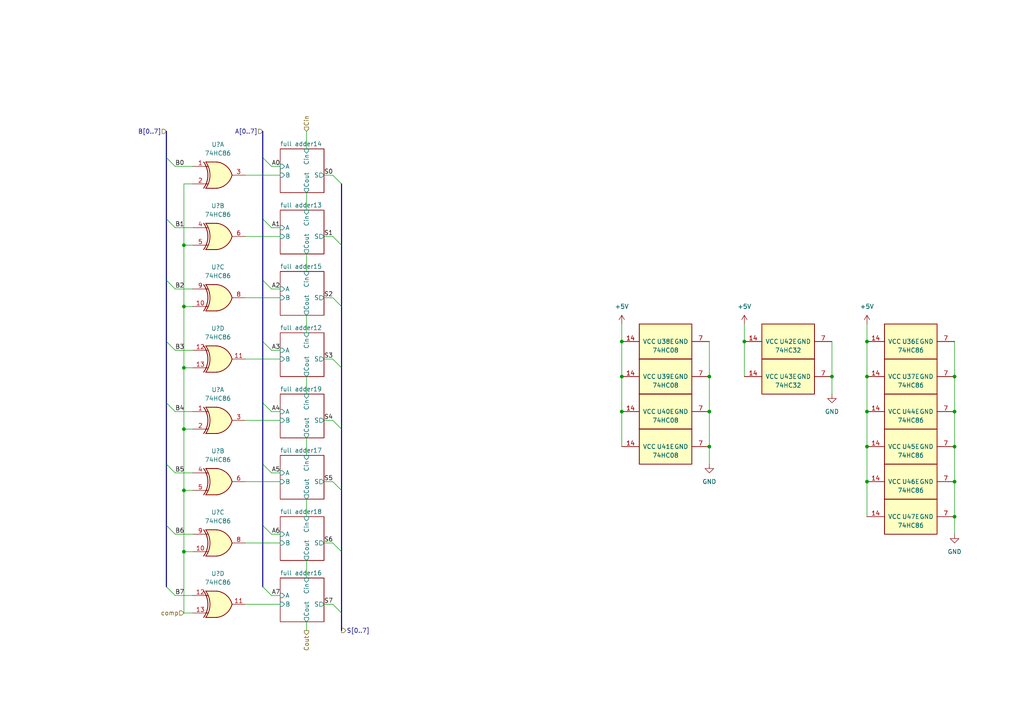
<source format=kicad_sch>
(kicad_sch (version 20230121) (generator eeschema)

  (uuid 8e088681-ca60-4e09-b6cd-a6bead517be6)

  (paper "A4")

  (lib_symbols
    (symbol "74xx:74HC86" (pin_names (offset 1.016)) (in_bom yes) (on_board yes)
      (property "Reference" "U" (at 0 1.27 0)
        (effects (font (size 1.27 1.27)))
      )
      (property "Value" "74HC86" (at 0 -1.27 0)
        (effects (font (size 1.27 1.27)))
      )
      (property "Footprint" "" (at 0 0 0)
        (effects (font (size 1.27 1.27)) hide)
      )
      (property "Datasheet" "http://www.ti.com/lit/gpn/sn74HC86" (at 0 0 0)
        (effects (font (size 1.27 1.27)) hide)
      )
      (property "ki_locked" "" (at 0 0 0)
        (effects (font (size 1.27 1.27)))
      )
      (property "ki_keywords" "TTL XOR2" (at 0 0 0)
        (effects (font (size 1.27 1.27)) hide)
      )
      (property "ki_description" "Quad 2-input XOR" (at 0 0 0)
        (effects (font (size 1.27 1.27)) hide)
      )
      (property "ki_fp_filters" "DIP*W7.62mm*" (at 0 0 0)
        (effects (font (size 1.27 1.27)) hide)
      )
      (symbol "74HC86_1_0"
        (arc (start -4.4196 -3.81) (mid -3.2033 0) (end -4.4196 3.81)
          (stroke (width 0.254) (type default))
          (fill (type none))
        )
        (arc (start -3.81 -3.81) (mid -2.589 0) (end -3.81 3.81)
          (stroke (width 0.254) (type default))
          (fill (type none))
        )
        (arc (start -0.6096 -3.81) (mid 2.1842 -2.5851) (end 3.81 0)
          (stroke (width 0.254) (type default))
          (fill (type background))
        )
        (polyline
          (pts
            (xy -3.81 -3.81)
            (xy -0.635 -3.81)
          )
          (stroke (width 0.254) (type default))
          (fill (type background))
        )
        (polyline
          (pts
            (xy -3.81 3.81)
            (xy -0.635 3.81)
          )
          (stroke (width 0.254) (type default))
          (fill (type background))
        )
        (polyline
          (pts
            (xy -0.635 3.81)
            (xy -3.81 3.81)
            (xy -3.81 3.81)
            (xy -3.556 3.4036)
            (xy -3.0226 2.2606)
            (xy -2.6924 1.0414)
            (xy -2.6162 -0.254)
            (xy -2.7686 -1.4986)
            (xy -3.175 -2.7178)
            (xy -3.81 -3.81)
            (xy -3.81 -3.81)
            (xy -0.635 -3.81)
          )
          (stroke (width -25.4) (type default))
          (fill (type background))
        )
        (arc (start 3.81 0) (mid 2.1915 2.5936) (end -0.6096 3.81)
          (stroke (width 0.254) (type default))
          (fill (type background))
        )
        (pin input line (at -7.62 2.54 0) (length 4.445)
          (name "~" (effects (font (size 1.27 1.27))))
          (number "1" (effects (font (size 1.27 1.27))))
        )
        (pin input line (at -7.62 -2.54 0) (length 4.445)
          (name "~" (effects (font (size 1.27 1.27))))
          (number "2" (effects (font (size 1.27 1.27))))
        )
        (pin output line (at 7.62 0 180) (length 3.81)
          (name "~" (effects (font (size 1.27 1.27))))
          (number "3" (effects (font (size 1.27 1.27))))
        )
      )
      (symbol "74HC86_1_1"
        (polyline
          (pts
            (xy -3.81 -2.54)
            (xy -3.175 -2.54)
          )
          (stroke (width 0.1524) (type default))
          (fill (type none))
        )
        (polyline
          (pts
            (xy -3.81 2.54)
            (xy -3.175 2.54)
          )
          (stroke (width 0.1524) (type default))
          (fill (type none))
        )
      )
      (symbol "74HC86_2_0"
        (arc (start -4.4196 -3.81) (mid -3.2033 0) (end -4.4196 3.81)
          (stroke (width 0.254) (type default))
          (fill (type none))
        )
        (arc (start -3.81 -3.81) (mid -2.589 0) (end -3.81 3.81)
          (stroke (width 0.254) (type default))
          (fill (type none))
        )
        (arc (start -0.6096 -3.81) (mid 2.1842 -2.5851) (end 3.81 0)
          (stroke (width 0.254) (type default))
          (fill (type background))
        )
        (polyline
          (pts
            (xy -3.81 -3.81)
            (xy -0.635 -3.81)
          )
          (stroke (width 0.254) (type default))
          (fill (type background))
        )
        (polyline
          (pts
            (xy -3.81 3.81)
            (xy -0.635 3.81)
          )
          (stroke (width 0.254) (type default))
          (fill (type background))
        )
        (polyline
          (pts
            (xy -0.635 3.81)
            (xy -3.81 3.81)
            (xy -3.81 3.81)
            (xy -3.556 3.4036)
            (xy -3.0226 2.2606)
            (xy -2.6924 1.0414)
            (xy -2.6162 -0.254)
            (xy -2.7686 -1.4986)
            (xy -3.175 -2.7178)
            (xy -3.81 -3.81)
            (xy -3.81 -3.81)
            (xy -0.635 -3.81)
          )
          (stroke (width -25.4) (type default))
          (fill (type background))
        )
        (arc (start 3.81 0) (mid 2.1915 2.5936) (end -0.6096 3.81)
          (stroke (width 0.254) (type default))
          (fill (type background))
        )
        (pin input line (at -7.62 2.54 0) (length 4.445)
          (name "~" (effects (font (size 1.27 1.27))))
          (number "4" (effects (font (size 1.27 1.27))))
        )
        (pin input line (at -7.62 -2.54 0) (length 4.445)
          (name "~" (effects (font (size 1.27 1.27))))
          (number "5" (effects (font (size 1.27 1.27))))
        )
        (pin output line (at 7.62 0 180) (length 3.81)
          (name "~" (effects (font (size 1.27 1.27))))
          (number "6" (effects (font (size 1.27 1.27))))
        )
      )
      (symbol "74HC86_2_1"
        (polyline
          (pts
            (xy -3.81 -2.54)
            (xy -3.175 -2.54)
          )
          (stroke (width 0.1524) (type default))
          (fill (type none))
        )
        (polyline
          (pts
            (xy -3.81 2.54)
            (xy -3.175 2.54)
          )
          (stroke (width 0.1524) (type default))
          (fill (type none))
        )
      )
      (symbol "74HC86_3_0"
        (arc (start -4.4196 -3.81) (mid -3.2033 0) (end -4.4196 3.81)
          (stroke (width 0.254) (type default))
          (fill (type none))
        )
        (arc (start -3.81 -3.81) (mid -2.589 0) (end -3.81 3.81)
          (stroke (width 0.254) (type default))
          (fill (type none))
        )
        (arc (start -0.6096 -3.81) (mid 2.1842 -2.5851) (end 3.81 0)
          (stroke (width 0.254) (type default))
          (fill (type background))
        )
        (polyline
          (pts
            (xy -3.81 -3.81)
            (xy -0.635 -3.81)
          )
          (stroke (width 0.254) (type default))
          (fill (type background))
        )
        (polyline
          (pts
            (xy -3.81 3.81)
            (xy -0.635 3.81)
          )
          (stroke (width 0.254) (type default))
          (fill (type background))
        )
        (polyline
          (pts
            (xy -0.635 3.81)
            (xy -3.81 3.81)
            (xy -3.81 3.81)
            (xy -3.556 3.4036)
            (xy -3.0226 2.2606)
            (xy -2.6924 1.0414)
            (xy -2.6162 -0.254)
            (xy -2.7686 -1.4986)
            (xy -3.175 -2.7178)
            (xy -3.81 -3.81)
            (xy -3.81 -3.81)
            (xy -0.635 -3.81)
          )
          (stroke (width -25.4) (type default))
          (fill (type background))
        )
        (arc (start 3.81 0) (mid 2.1915 2.5936) (end -0.6096 3.81)
          (stroke (width 0.254) (type default))
          (fill (type background))
        )
        (pin input line (at -7.62 -2.54 0) (length 4.445)
          (name "~" (effects (font (size 1.27 1.27))))
          (number "10" (effects (font (size 1.27 1.27))))
        )
        (pin output line (at 7.62 0 180) (length 3.81)
          (name "~" (effects (font (size 1.27 1.27))))
          (number "8" (effects (font (size 1.27 1.27))))
        )
        (pin input line (at -7.62 2.54 0) (length 4.445)
          (name "~" (effects (font (size 1.27 1.27))))
          (number "9" (effects (font (size 1.27 1.27))))
        )
      )
      (symbol "74HC86_3_1"
        (polyline
          (pts
            (xy -3.81 -2.54)
            (xy -3.175 -2.54)
          )
          (stroke (width 0.1524) (type default))
          (fill (type none))
        )
        (polyline
          (pts
            (xy -3.81 2.54)
            (xy -3.175 2.54)
          )
          (stroke (width 0.1524) (type default))
          (fill (type none))
        )
      )
      (symbol "74HC86_4_0"
        (arc (start -4.4196 -3.81) (mid -3.2033 0) (end -4.4196 3.81)
          (stroke (width 0.254) (type default))
          (fill (type none))
        )
        (arc (start -3.81 -3.81) (mid -2.589 0) (end -3.81 3.81)
          (stroke (width 0.254) (type default))
          (fill (type none))
        )
        (arc (start -0.6096 -3.81) (mid 2.1842 -2.5851) (end 3.81 0)
          (stroke (width 0.254) (type default))
          (fill (type background))
        )
        (polyline
          (pts
            (xy -3.81 -3.81)
            (xy -0.635 -3.81)
          )
          (stroke (width 0.254) (type default))
          (fill (type background))
        )
        (polyline
          (pts
            (xy -3.81 3.81)
            (xy -0.635 3.81)
          )
          (stroke (width 0.254) (type default))
          (fill (type background))
        )
        (polyline
          (pts
            (xy -0.635 3.81)
            (xy -3.81 3.81)
            (xy -3.81 3.81)
            (xy -3.556 3.4036)
            (xy -3.0226 2.2606)
            (xy -2.6924 1.0414)
            (xy -2.6162 -0.254)
            (xy -2.7686 -1.4986)
            (xy -3.175 -2.7178)
            (xy -3.81 -3.81)
            (xy -3.81 -3.81)
            (xy -0.635 -3.81)
          )
          (stroke (width -25.4) (type default))
          (fill (type background))
        )
        (arc (start 3.81 0) (mid 2.1915 2.5936) (end -0.6096 3.81)
          (stroke (width 0.254) (type default))
          (fill (type background))
        )
        (pin output line (at 7.62 0 180) (length 3.81)
          (name "~" (effects (font (size 1.27 1.27))))
          (number "11" (effects (font (size 1.27 1.27))))
        )
        (pin input line (at -7.62 2.54 0) (length 4.445)
          (name "~" (effects (font (size 1.27 1.27))))
          (number "12" (effects (font (size 1.27 1.27))))
        )
        (pin input line (at -7.62 -2.54 0) (length 4.445)
          (name "~" (effects (font (size 1.27 1.27))))
          (number "13" (effects (font (size 1.27 1.27))))
        )
      )
      (symbol "74HC86_4_1"
        (polyline
          (pts
            (xy -3.81 -2.54)
            (xy -3.175 -2.54)
          )
          (stroke (width 0.1524) (type default))
          (fill (type none))
        )
        (polyline
          (pts
            (xy -3.81 2.54)
            (xy -3.175 2.54)
          )
          (stroke (width 0.1524) (type default))
          (fill (type none))
        )
      )
      (symbol "74HC86_5_0"
        (pin power_in line (at 0 12.7 270) (length 5.08)
          (name "VCC" (effects (font (size 1.27 1.27))))
          (number "14" (effects (font (size 1.27 1.27))))
        )
        (pin power_in line (at 0 -12.7 90) (length 5.08)
          (name "GND" (effects (font (size 1.27 1.27))))
          (number "7" (effects (font (size 1.27 1.27))))
        )
      )
      (symbol "74HC86_5_1"
        (rectangle (start -5.08 7.62) (end 5.08 -7.62)
          (stroke (width 0.254) (type default))
          (fill (type background))
        )
      )
    )
    (symbol "Personal_Library:74HC08" (pin_names (offset 1.016)) (in_bom yes) (on_board yes)
      (property "Reference" "U" (at 0 1.27 0)
        (effects (font (size 1.27 1.27)))
      )
      (property "Value" "74HC08" (at 0 -1.27 0)
        (effects (font (size 1.27 1.27)))
      )
      (property "Footprint" "Package_DIP:DIP-14_W7.62mm_Socket" (at 0 -5.08 0)
        (effects (font (size 1.27 1.27)) hide)
      )
      (property "Datasheet" "https://www.ti.com/lit/ds/symlink/sn74hc08.pdf?ts=1696854162712" (at 0 -6.35 0)
        (effects (font (size 1.27 1.27)) hide)
      )
      (property "ki_locked" "" (at 0 0 0)
        (effects (font (size 1.27 1.27)))
      )
      (symbol "74HC08_1_1"
        (arc (start 0 -3.81) (mid 3.7934 0) (end 0 3.81)
          (stroke (width 0.254) (type default))
          (fill (type background))
        )
        (polyline
          (pts
            (xy 0 3.81)
            (xy -3.81 3.81)
            (xy -3.81 -3.81)
            (xy 0 -3.81)
          )
          (stroke (width 0.254) (type default))
          (fill (type background))
        )
        (pin input line (at -7.62 2.54 0) (length 3.81)
          (name "~" (effects (font (size 1.27 1.27))))
          (number "1" (effects (font (size 1.27 1.27))))
        )
        (pin input line (at -7.62 -2.54 0) (length 3.81)
          (name "~" (effects (font (size 1.27 1.27))))
          (number "2" (effects (font (size 1.27 1.27))))
        )
        (pin output line (at 7.62 0 180) (length 3.81)
          (name "~" (effects (font (size 1.27 1.27))))
          (number "3" (effects (font (size 1.27 1.27))))
        )
      )
      (symbol "74HC08_2_1"
        (arc (start 0 -3.81) (mid 3.7934 0) (end 0 3.81)
          (stroke (width 0.254) (type default))
          (fill (type background))
        )
        (polyline
          (pts
            (xy 0 3.81)
            (xy -3.81 3.81)
            (xy -3.81 -3.81)
            (xy 0 -3.81)
          )
          (stroke (width 0.254) (type default))
          (fill (type background))
        )
        (pin input line (at -7.62 2.54 0) (length 3.81)
          (name "~" (effects (font (size 1.27 1.27))))
          (number "4" (effects (font (size 1.27 1.27))))
        )
        (pin input line (at -7.62 -2.54 0) (length 3.81)
          (name "~" (effects (font (size 1.27 1.27))))
          (number "5" (effects (font (size 1.27 1.27))))
        )
        (pin output line (at 7.62 0 180) (length 3.81)
          (name "~" (effects (font (size 1.27 1.27))))
          (number "6" (effects (font (size 1.27 1.27))))
        )
      )
      (symbol "74HC08_3_1"
        (arc (start 0 -3.81) (mid 3.7934 0) (end 0 3.81)
          (stroke (width 0.254) (type default))
          (fill (type background))
        )
        (polyline
          (pts
            (xy 0 3.81)
            (xy -3.81 3.81)
            (xy -3.81 -3.81)
            (xy 0 -3.81)
          )
          (stroke (width 0.254) (type default))
          (fill (type background))
        )
        (pin output line (at 7.62 0 180) (length 3.81)
          (name "~" (effects (font (size 1.27 1.27))))
          (number "11" (effects (font (size 1.27 1.27))))
        )
        (pin input line (at -7.62 2.54 0) (length 3.81)
          (name "~" (effects (font (size 1.27 1.27))))
          (number "12" (effects (font (size 1.27 1.27))))
        )
        (pin input line (at -7.62 -2.54 0) (length 3.81)
          (name "~" (effects (font (size 1.27 1.27))))
          (number "13" (effects (font (size 1.27 1.27))))
        )
      )
      (symbol "74HC08_4_1"
        (arc (start 0 -3.81) (mid 3.7934 0) (end 0 3.81)
          (stroke (width 0.254) (type default))
          (fill (type background))
        )
        (polyline
          (pts
            (xy 0 3.81)
            (xy -3.81 3.81)
            (xy -3.81 -3.81)
            (xy 0 -3.81)
          )
          (stroke (width 0.254) (type default))
          (fill (type background))
        )
        (pin input line (at -7.62 -2.54 0) (length 3.81)
          (name "~" (effects (font (size 1.27 1.27))))
          (number "10" (effects (font (size 1.27 1.27))))
        )
        (pin output line (at 7.62 0 180) (length 3.81)
          (name "~" (effects (font (size 1.27 1.27))))
          (number "8" (effects (font (size 1.27 1.27))))
        )
        (pin input line (at -7.62 2.54 0) (length 3.81)
          (name "~" (effects (font (size 1.27 1.27))))
          (number "9" (effects (font (size 1.27 1.27))))
        )
      )
      (symbol "74HC08_5_0"
        (pin power_in line (at 0 12.7 270) (length 5.08)
          (name "VCC" (effects (font (size 1.27 1.27))))
          (number "14" (effects (font (size 1.27 1.27))))
        )
        (pin power_in line (at 0 -12.7 90) (length 5.08)
          (name "GND" (effects (font (size 1.27 1.27))))
          (number "7" (effects (font (size 1.27 1.27))))
        )
      )
      (symbol "74HC08_5_1"
        (rectangle (start -5.08 7.62) (end 5.08 -7.62)
          (stroke (width 0.254) (type default))
          (fill (type background))
        )
      )
    )
    (symbol "Personal_Library:74HC32" (pin_names (offset 1.016)) (in_bom yes) (on_board yes)
      (property "Reference" "U" (at 0 1.27 0)
        (effects (font (size 1.27 1.27)))
      )
      (property "Value" "74HC32" (at 0 -1.27 0)
        (effects (font (size 1.27 1.27)))
      )
      (property "Footprint" "Package_DIP:DIP-14_W7.62mm_Socket" (at 0 -5.08 0)
        (effects (font (size 1.27 1.27)) hide)
      )
      (property "Datasheet" "https://www.ti.com/lit/ds/symlink/sn54hc32.pdf?ts=1696838908111" (at 0 -6.35 0)
        (effects (font (size 1.27 1.27)) hide)
      )
      (property "ki_locked" "" (at 0 0 0)
        (effects (font (size 1.27 1.27)))
      )
      (property "ki_keywords" "TTL Or2" (at 0 0 0)
        (effects (font (size 1.27 1.27)) hide)
      )
      (property "ki_description" "Quad 2-input OR" (at 0 0 0)
        (effects (font (size 1.27 1.27)) hide)
      )
      (property "ki_fp_filters" "DIP?14*" (at 0 0 0)
        (effects (font (size 1.27 1.27)) hide)
      )
      (symbol "74HC32_1_1"
        (arc (start -3.81 -3.81) (mid -2.589 0) (end -3.81 3.81)
          (stroke (width 0.254) (type default))
          (fill (type none))
        )
        (arc (start -0.6096 -3.81) (mid 2.1842 -2.5851) (end 3.81 0)
          (stroke (width 0.254) (type default))
          (fill (type background))
        )
        (polyline
          (pts
            (xy -3.81 -3.81)
            (xy -0.635 -3.81)
          )
          (stroke (width 0.254) (type default))
          (fill (type background))
        )
        (polyline
          (pts
            (xy -3.81 3.81)
            (xy -0.635 3.81)
          )
          (stroke (width 0.254) (type default))
          (fill (type background))
        )
        (polyline
          (pts
            (xy -0.635 3.81)
            (xy -3.81 3.81)
            (xy -3.81 3.81)
            (xy -3.556 3.4036)
            (xy -3.0226 2.2606)
            (xy -2.6924 1.0414)
            (xy -2.6162 -0.254)
            (xy -2.7686 -1.4986)
            (xy -3.175 -2.7178)
            (xy -3.81 -3.81)
            (xy -3.81 -3.81)
            (xy -0.635 -3.81)
          )
          (stroke (width -25.4) (type default))
          (fill (type background))
        )
        (arc (start 3.81 0) (mid 2.1915 2.5936) (end -0.6096 3.81)
          (stroke (width 0.254) (type default))
          (fill (type background))
        )
        (pin input line (at -7.62 2.54 0) (length 4.318)
          (name "~" (effects (font (size 1.27 1.27))))
          (number "1" (effects (font (size 1.27 1.27))))
        )
        (pin input line (at -7.62 -2.54 0) (length 4.318)
          (name "~" (effects (font (size 1.27 1.27))))
          (number "2" (effects (font (size 1.27 1.27))))
        )
        (pin output line (at 7.62 0 180) (length 3.81)
          (name "~" (effects (font (size 1.27 1.27))))
          (number "3" (effects (font (size 1.27 1.27))))
        )
      )
      (symbol "74HC32_1_2"
        (arc (start 0 -3.81) (mid 3.7934 0) (end 0 3.81)
          (stroke (width 0.254) (type default))
          (fill (type background))
        )
        (polyline
          (pts
            (xy 0 3.81)
            (xy -3.81 3.81)
            (xy -3.81 -3.81)
            (xy 0 -3.81)
          )
          (stroke (width 0.254) (type default))
          (fill (type background))
        )
        (pin input inverted (at -7.62 2.54 0) (length 3.81)
          (name "~" (effects (font (size 1.27 1.27))))
          (number "1" (effects (font (size 1.27 1.27))))
        )
        (pin input inverted (at -7.62 -2.54 0) (length 3.81)
          (name "~" (effects (font (size 1.27 1.27))))
          (number "2" (effects (font (size 1.27 1.27))))
        )
        (pin output inverted (at 7.62 0 180) (length 3.81)
          (name "~" (effects (font (size 1.27 1.27))))
          (number "3" (effects (font (size 1.27 1.27))))
        )
      )
      (symbol "74HC32_2_1"
        (arc (start -3.81 -3.81) (mid -2.589 0) (end -3.81 3.81)
          (stroke (width 0.254) (type default))
          (fill (type none))
        )
        (arc (start -0.6096 -3.81) (mid 2.1842 -2.5851) (end 3.81 0)
          (stroke (width 0.254) (type default))
          (fill (type background))
        )
        (polyline
          (pts
            (xy -3.81 -3.81)
            (xy -0.635 -3.81)
          )
          (stroke (width 0.254) (type default))
          (fill (type background))
        )
        (polyline
          (pts
            (xy -3.81 3.81)
            (xy -0.635 3.81)
          )
          (stroke (width 0.254) (type default))
          (fill (type background))
        )
        (polyline
          (pts
            (xy -0.635 3.81)
            (xy -3.81 3.81)
            (xy -3.81 3.81)
            (xy -3.556 3.4036)
            (xy -3.0226 2.2606)
            (xy -2.6924 1.0414)
            (xy -2.6162 -0.254)
            (xy -2.7686 -1.4986)
            (xy -3.175 -2.7178)
            (xy -3.81 -3.81)
            (xy -3.81 -3.81)
            (xy -0.635 -3.81)
          )
          (stroke (width -25.4) (type default))
          (fill (type background))
        )
        (arc (start 3.81 0) (mid 2.1915 2.5936) (end -0.6096 3.81)
          (stroke (width 0.254) (type default))
          (fill (type background))
        )
        (pin input line (at -7.62 2.54 0) (length 4.318)
          (name "~" (effects (font (size 1.27 1.27))))
          (number "4" (effects (font (size 1.27 1.27))))
        )
        (pin input line (at -7.62 -2.54 0) (length 4.318)
          (name "~" (effects (font (size 1.27 1.27))))
          (number "5" (effects (font (size 1.27 1.27))))
        )
        (pin output line (at 7.62 0 180) (length 3.81)
          (name "~" (effects (font (size 1.27 1.27))))
          (number "6" (effects (font (size 1.27 1.27))))
        )
      )
      (symbol "74HC32_2_2"
        (arc (start 0 -3.81) (mid 3.7934 0) (end 0 3.81)
          (stroke (width 0.254) (type default))
          (fill (type background))
        )
        (polyline
          (pts
            (xy 0 3.81)
            (xy -3.81 3.81)
            (xy -3.81 -3.81)
            (xy 0 -3.81)
          )
          (stroke (width 0.254) (type default))
          (fill (type background))
        )
        (pin input inverted (at -7.62 2.54 0) (length 3.81)
          (name "~" (effects (font (size 1.27 1.27))))
          (number "4" (effects (font (size 1.27 1.27))))
        )
        (pin input inverted (at -7.62 -2.54 0) (length 3.81)
          (name "~" (effects (font (size 1.27 1.27))))
          (number "5" (effects (font (size 1.27 1.27))))
        )
        (pin output inverted (at 7.62 0 180) (length 3.81)
          (name "~" (effects (font (size 1.27 1.27))))
          (number "6" (effects (font (size 1.27 1.27))))
        )
      )
      (symbol "74HC32_3_1"
        (arc (start -3.81 -3.81) (mid -2.589 0) (end -3.81 3.81)
          (stroke (width 0.254) (type default))
          (fill (type none))
        )
        (arc (start -0.6096 -3.81) (mid 2.1842 -2.5851) (end 3.81 0)
          (stroke (width 0.254) (type default))
          (fill (type background))
        )
        (polyline
          (pts
            (xy -3.81 -3.81)
            (xy -0.635 -3.81)
          )
          (stroke (width 0.254) (type default))
          (fill (type background))
        )
        (polyline
          (pts
            (xy -3.81 3.81)
            (xy -0.635 3.81)
          )
          (stroke (width 0.254) (type default))
          (fill (type background))
        )
        (polyline
          (pts
            (xy -0.635 3.81)
            (xy -3.81 3.81)
            (xy -3.81 3.81)
            (xy -3.556 3.4036)
            (xy -3.0226 2.2606)
            (xy -2.6924 1.0414)
            (xy -2.6162 -0.254)
            (xy -2.7686 -1.4986)
            (xy -3.175 -2.7178)
            (xy -3.81 -3.81)
            (xy -3.81 -3.81)
            (xy -0.635 -3.81)
          )
          (stroke (width -25.4) (type default))
          (fill (type background))
        )
        (arc (start 3.81 0) (mid 2.1915 2.5936) (end -0.6096 3.81)
          (stroke (width 0.254) (type default))
          (fill (type background))
        )
        (pin input line (at -7.62 -2.54 0) (length 4.318)
          (name "~" (effects (font (size 1.27 1.27))))
          (number "10" (effects (font (size 1.27 1.27))))
        )
        (pin output line (at 7.62 0 180) (length 3.81)
          (name "~" (effects (font (size 1.27 1.27))))
          (number "8" (effects (font (size 1.27 1.27))))
        )
        (pin input line (at -7.62 2.54 0) (length 4.318)
          (name "~" (effects (font (size 1.27 1.27))))
          (number "9" (effects (font (size 1.27 1.27))))
        )
      )
      (symbol "74HC32_3_2"
        (arc (start 0 -3.81) (mid 3.7934 0) (end 0 3.81)
          (stroke (width 0.254) (type default))
          (fill (type background))
        )
        (polyline
          (pts
            (xy 0 3.81)
            (xy -3.81 3.81)
            (xy -3.81 -3.81)
            (xy 0 -3.81)
          )
          (stroke (width 0.254) (type default))
          (fill (type background))
        )
        (pin input inverted (at -7.62 -2.54 0) (length 3.81)
          (name "~" (effects (font (size 1.27 1.27))))
          (number "10" (effects (font (size 1.27 1.27))))
        )
        (pin output inverted (at 7.62 0 180) (length 3.81)
          (name "~" (effects (font (size 1.27 1.27))))
          (number "8" (effects (font (size 1.27 1.27))))
        )
        (pin input inverted (at -7.62 2.54 0) (length 3.81)
          (name "~" (effects (font (size 1.27 1.27))))
          (number "9" (effects (font (size 1.27 1.27))))
        )
      )
      (symbol "74HC32_4_1"
        (arc (start -3.81 -3.81) (mid -2.589 0) (end -3.81 3.81)
          (stroke (width 0.254) (type default))
          (fill (type none))
        )
        (arc (start -0.6096 -3.81) (mid 2.1842 -2.5851) (end 3.81 0)
          (stroke (width 0.254) (type default))
          (fill (type background))
        )
        (polyline
          (pts
            (xy -3.81 -3.81)
            (xy -0.635 -3.81)
          )
          (stroke (width 0.254) (type default))
          (fill (type background))
        )
        (polyline
          (pts
            (xy -3.81 3.81)
            (xy -0.635 3.81)
          )
          (stroke (width 0.254) (type default))
          (fill (type background))
        )
        (polyline
          (pts
            (xy -0.635 3.81)
            (xy -3.81 3.81)
            (xy -3.81 3.81)
            (xy -3.556 3.4036)
            (xy -3.0226 2.2606)
            (xy -2.6924 1.0414)
            (xy -2.6162 -0.254)
            (xy -2.7686 -1.4986)
            (xy -3.175 -2.7178)
            (xy -3.81 -3.81)
            (xy -3.81 -3.81)
            (xy -0.635 -3.81)
          )
          (stroke (width -25.4) (type default))
          (fill (type background))
        )
        (arc (start 3.81 0) (mid 2.1915 2.5936) (end -0.6096 3.81)
          (stroke (width 0.254) (type default))
          (fill (type background))
        )
        (pin output line (at 7.62 0 180) (length 3.81)
          (name "~" (effects (font (size 1.27 1.27))))
          (number "11" (effects (font (size 1.27 1.27))))
        )
        (pin input line (at -7.62 2.54 0) (length 4.318)
          (name "~" (effects (font (size 1.27 1.27))))
          (number "12" (effects (font (size 1.27 1.27))))
        )
        (pin input line (at -7.62 -2.54 0) (length 4.318)
          (name "~" (effects (font (size 1.27 1.27))))
          (number "13" (effects (font (size 1.27 1.27))))
        )
      )
      (symbol "74HC32_4_2"
        (arc (start 0 -3.81) (mid 3.7934 0) (end 0 3.81)
          (stroke (width 0.254) (type default))
          (fill (type background))
        )
        (polyline
          (pts
            (xy 0 3.81)
            (xy -3.81 3.81)
            (xy -3.81 -3.81)
            (xy 0 -3.81)
          )
          (stroke (width 0.254) (type default))
          (fill (type background))
        )
        (pin output inverted (at 7.62 0 180) (length 3.81)
          (name "~" (effects (font (size 1.27 1.27))))
          (number "11" (effects (font (size 1.27 1.27))))
        )
        (pin input inverted (at -7.62 2.54 0) (length 3.81)
          (name "~" (effects (font (size 1.27 1.27))))
          (number "12" (effects (font (size 1.27 1.27))))
        )
        (pin input inverted (at -7.62 -2.54 0) (length 3.81)
          (name "~" (effects (font (size 1.27 1.27))))
          (number "13" (effects (font (size 1.27 1.27))))
        )
      )
      (symbol "74HC32_5_0"
        (pin power_in line (at 0 12.7 270) (length 5.08)
          (name "VCC" (effects (font (size 1.27 1.27))))
          (number "14" (effects (font (size 1.27 1.27))))
        )
        (pin power_in line (at 0 -12.7 90) (length 5.08)
          (name "GND" (effects (font (size 1.27 1.27))))
          (number "7" (effects (font (size 1.27 1.27))))
        )
      )
      (symbol "74HC32_5_1"
        (rectangle (start -5.08 7.62) (end 5.08 -7.62)
          (stroke (width 0.254) (type default))
          (fill (type background))
        )
      )
    )
    (symbol "power:+5V" (power) (pin_names (offset 0)) (in_bom yes) (on_board yes)
      (property "Reference" "#PWR" (at 0 -3.81 0)
        (effects (font (size 1.27 1.27)) hide)
      )
      (property "Value" "+5V" (at 0 3.556 0)
        (effects (font (size 1.27 1.27)))
      )
      (property "Footprint" "" (at 0 0 0)
        (effects (font (size 1.27 1.27)) hide)
      )
      (property "Datasheet" "" (at 0 0 0)
        (effects (font (size 1.27 1.27)) hide)
      )
      (property "ki_keywords" "global power" (at 0 0 0)
        (effects (font (size 1.27 1.27)) hide)
      )
      (property "ki_description" "Power symbol creates a global label with name \"+5V\"" (at 0 0 0)
        (effects (font (size 1.27 1.27)) hide)
      )
      (symbol "+5V_0_1"
        (polyline
          (pts
            (xy -0.762 1.27)
            (xy 0 2.54)
          )
          (stroke (width 0) (type default))
          (fill (type none))
        )
        (polyline
          (pts
            (xy 0 0)
            (xy 0 2.54)
          )
          (stroke (width 0) (type default))
          (fill (type none))
        )
        (polyline
          (pts
            (xy 0 2.54)
            (xy 0.762 1.27)
          )
          (stroke (width 0) (type default))
          (fill (type none))
        )
      )
      (symbol "+5V_1_1"
        (pin power_in line (at 0 0 90) (length 0) hide
          (name "+5V" (effects (font (size 1.27 1.27))))
          (number "1" (effects (font (size 1.27 1.27))))
        )
      )
    )
    (symbol "power:GND" (power) (pin_names (offset 0)) (in_bom yes) (on_board yes)
      (property "Reference" "#PWR" (at 0 -6.35 0)
        (effects (font (size 1.27 1.27)) hide)
      )
      (property "Value" "GND" (at 0 -3.81 0)
        (effects (font (size 1.27 1.27)))
      )
      (property "Footprint" "" (at 0 0 0)
        (effects (font (size 1.27 1.27)) hide)
      )
      (property "Datasheet" "" (at 0 0 0)
        (effects (font (size 1.27 1.27)) hide)
      )
      (property "ki_keywords" "global power" (at 0 0 0)
        (effects (font (size 1.27 1.27)) hide)
      )
      (property "ki_description" "Power symbol creates a global label with name \"GND\" , ground" (at 0 0 0)
        (effects (font (size 1.27 1.27)) hide)
      )
      (symbol "GND_0_1"
        (polyline
          (pts
            (xy 0 0)
            (xy 0 -1.27)
            (xy 1.27 -1.27)
            (xy 0 -2.54)
            (xy -1.27 -1.27)
            (xy 0 -1.27)
          )
          (stroke (width 0) (type default))
          (fill (type none))
        )
      )
      (symbol "GND_1_1"
        (pin power_in line (at 0 0 270) (length 0) hide
          (name "GND" (effects (font (size 1.27 1.27))))
          (number "1" (effects (font (size 1.27 1.27))))
        )
      )
    )
  )

  (junction (at 53.34 71.12) (diameter 0) (color 0 0 0 0)
    (uuid 0439a6f5-8610-4cb5-bcd8-552db1be1349)
  )
  (junction (at 241.3 109.22) (diameter 0) (color 0 0 0 0)
    (uuid 0b4906c7-1a8e-42e4-b771-443eb1fd8a3d)
  )
  (junction (at 53.34 88.9) (diameter 0) (color 0 0 0 0)
    (uuid 1059994f-9899-4b64-9820-8b373afaf99b)
  )
  (junction (at 205.74 119.38) (diameter 0) (color 0 0 0 0)
    (uuid 176f4f4e-14c7-4d15-aa5f-d11a56fbe90b)
  )
  (junction (at 276.86 119.38) (diameter 0) (color 0 0 0 0)
    (uuid 219b0c18-f8ab-4d3b-a554-e1522fe975db)
  )
  (junction (at 180.34 119.38) (diameter 0) (color 0 0 0 0)
    (uuid 234cc90c-e5b7-4233-8c0b-482d3cfdc512)
  )
  (junction (at 251.46 129.54) (diameter 0) (color 0 0 0 0)
    (uuid 26220010-d424-45a3-9acf-b915198c34b4)
  )
  (junction (at 53.34 106.68) (diameter 0) (color 0 0 0 0)
    (uuid 2c948957-c5e6-47b7-ac38-b130462060a1)
  )
  (junction (at 215.9 99.06) (diameter 0) (color 0 0 0 0)
    (uuid 30bfea15-21df-4c3d-952e-f201ab0d18c6)
  )
  (junction (at 205.74 109.22) (diameter 0) (color 0 0 0 0)
    (uuid 35d4b0b7-3532-4a14-a5cf-ad8e0a5421ab)
  )
  (junction (at 251.46 139.7) (diameter 0) (color 0 0 0 0)
    (uuid 4b8869ce-6e96-46f1-842b-b541dbf47178)
  )
  (junction (at 180.34 109.22) (diameter 0) (color 0 0 0 0)
    (uuid 693aaf91-3f4a-4471-b5bb-078abeb1db72)
  )
  (junction (at 276.86 139.7) (diameter 0) (color 0 0 0 0)
    (uuid 7ac6bafd-7922-4b26-8f2c-b05c24e15d77)
  )
  (junction (at 53.34 124.46) (diameter 0) (color 0 0 0 0)
    (uuid 83e74e45-0f3a-47d8-ab5c-737267bd57a3)
  )
  (junction (at 251.46 99.06) (diameter 0) (color 0 0 0 0)
    (uuid 9bc3516b-28d5-4d88-b248-110f2a5704e5)
  )
  (junction (at 53.34 142.24) (diameter 0) (color 0 0 0 0)
    (uuid a150a212-ec43-48e0-aeb9-3e942252bbee)
  )
  (junction (at 53.34 160.02) (diameter 0) (color 0 0 0 0)
    (uuid a1ff97d6-8c16-4ab8-a11d-7e4f05056163)
  )
  (junction (at 251.46 109.22) (diameter 0) (color 0 0 0 0)
    (uuid ac477581-46ac-43ed-a903-fcbc128ab103)
  )
  (junction (at 205.74 129.54) (diameter 0) (color 0 0 0 0)
    (uuid b8a063e4-080b-4fd8-9a48-26670d511a86)
  )
  (junction (at 180.34 99.06) (diameter 0) (color 0 0 0 0)
    (uuid b9a6c882-ef0e-4dae-913f-97fa4697dbca)
  )
  (junction (at 251.46 119.38) (diameter 0) (color 0 0 0 0)
    (uuid c1d23568-8a4e-4dd5-89a4-d058af0f7b25)
  )
  (junction (at 276.86 109.22) (diameter 0) (color 0 0 0 0)
    (uuid db3dbf21-4c66-4639-bdfc-be282fb444f3)
  )
  (junction (at 276.86 129.54) (diameter 0) (color 0 0 0 0)
    (uuid dbf4a260-3db3-45a8-821b-f6cd9de2eaa8)
  )
  (junction (at 276.86 149.86) (diameter 0) (color 0 0 0 0)
    (uuid f4d8543b-f566-4f1a-a3ce-210d1a758f4e)
  )

  (bus_entry (at 48.26 116.84) (size 2.54 2.54)
    (stroke (width 0) (type default))
    (uuid 03f4c757-06b9-4e6a-85dc-68adbd186907)
  )
  (bus_entry (at 76.2 45.72) (size 2.54 2.54)
    (stroke (width 0) (type default))
    (uuid 04011ba6-d65a-4db3-8a4e-55ed6d48036a)
  )
  (bus_entry (at 96.52 68.58) (size 2.54 2.54)
    (stroke (width 0) (type default))
    (uuid 0f742a19-2062-4bb9-853a-709760755b2f)
  )
  (bus_entry (at 76.2 63.5) (size 2.54 2.54)
    (stroke (width 0) (type default))
    (uuid 15e542cb-4085-43f2-abef-2f4ad26c8c0d)
  )
  (bus_entry (at 96.52 121.92) (size 2.54 2.54)
    (stroke (width 0) (type default))
    (uuid 167baaf7-e2e5-4eac-8b83-76a5900e746b)
  )
  (bus_entry (at 48.26 134.62) (size 2.54 2.54)
    (stroke (width 0) (type default))
    (uuid 1792ed95-98ea-432f-97e2-1ec936d58d04)
  )
  (bus_entry (at 76.2 170.18) (size 2.54 2.54)
    (stroke (width 0) (type default))
    (uuid 1ad284ac-c8e1-42ec-aebe-2c019800297f)
  )
  (bus_entry (at 48.26 63.5) (size 2.54 2.54)
    (stroke (width 0) (type default))
    (uuid 1f37e677-1bbb-418a-85f4-3c38d0a02861)
  )
  (bus_entry (at 96.52 50.8) (size 2.54 2.54)
    (stroke (width 0) (type default))
    (uuid 22708731-f7bb-49bf-9424-90c9580123fa)
  )
  (bus_entry (at 96.52 104.14) (size 2.54 2.54)
    (stroke (width 0) (type default))
    (uuid 36f7556b-e199-4cc2-9a6f-a815e7170a77)
  )
  (bus_entry (at 48.26 99.06) (size 2.54 2.54)
    (stroke (width 0) (type default))
    (uuid 43e20820-b6a5-435c-8905-bcfe68dab02c)
  )
  (bus_entry (at 96.52 175.26) (size 2.54 2.54)
    (stroke (width 0) (type default))
    (uuid 6de616d5-e4e9-41e3-8132-1a7781a4b024)
  )
  (bus_entry (at 76.2 99.06) (size 2.54 2.54)
    (stroke (width 0) (type default))
    (uuid 72f01a87-f1c0-4ff4-842d-2e9f7c808fce)
  )
  (bus_entry (at 48.26 152.4) (size 2.54 2.54)
    (stroke (width 0) (type default))
    (uuid 747ba504-8c21-4b23-bc8a-17b91388c314)
  )
  (bus_entry (at 48.26 170.18) (size 2.54 2.54)
    (stroke (width 0) (type default))
    (uuid 850c7163-6b9a-4c4d-83d3-6d86e7c9ae65)
  )
  (bus_entry (at 76.2 81.28) (size 2.54 2.54)
    (stroke (width 0) (type default))
    (uuid 8df7815c-0110-42c7-bfed-e962d2c36d47)
  )
  (bus_entry (at 96.52 157.48) (size 2.54 2.54)
    (stroke (width 0) (type default))
    (uuid 96722998-3a9c-4bbe-b36b-f0818dcf9e20)
  )
  (bus_entry (at 76.2 152.4) (size 2.54 2.54)
    (stroke (width 0) (type default))
    (uuid 9e86e3d7-fc30-452c-97a2-f10fb3e44cf2)
  )
  (bus_entry (at 96.52 86.36) (size 2.54 2.54)
    (stroke (width 0) (type default))
    (uuid b21d5f82-e457-4904-a710-7a8e485bcc6b)
  )
  (bus_entry (at 48.26 81.28) (size 2.54 2.54)
    (stroke (width 0) (type default))
    (uuid ba1f0fd4-f28a-4deb-82cd-95cf8a9d37c3)
  )
  (bus_entry (at 48.26 45.72) (size 2.54 2.54)
    (stroke (width 0) (type default))
    (uuid c5885cd2-bf9e-4b21-9f34-a817cc47cf87)
  )
  (bus_entry (at 76.2 134.62) (size 2.54 2.54)
    (stroke (width 0) (type default))
    (uuid de661c3a-509d-449c-888d-aecb78f2f7c2)
  )
  (bus_entry (at 96.52 139.7) (size 2.54 2.54)
    (stroke (width 0) (type default))
    (uuid ef4fac32-b3a0-40c3-a55f-5f5a1effeada)
  )
  (bus_entry (at 76.2 116.84) (size 2.54 2.54)
    (stroke (width 0) (type default))
    (uuid f950ad53-fcf3-4ce5-b3cf-51c549d9d852)
  )

  (wire (pts (xy 205.74 109.22) (xy 205.74 119.38))
    (stroke (width 0) (type default))
    (uuid 013c2524-27b1-47ec-9a92-a68b4f98e882)
  )
  (wire (pts (xy 215.9 93.98) (xy 215.9 99.06))
    (stroke (width 0) (type default))
    (uuid 021accec-29e3-4779-9d0f-ad0a20fbb4fc)
  )
  (bus (pts (xy 48.26 116.84) (xy 48.26 134.62))
    (stroke (width 0) (type default))
    (uuid 03300b86-b1b2-403c-9243-1d65ef87f19a)
  )

  (wire (pts (xy 50.8 154.94) (xy 55.88 154.94))
    (stroke (width 0) (type default))
    (uuid 04ae7864-6d0b-4af2-be5c-c83c0dca69c4)
  )
  (wire (pts (xy 53.34 160.02) (xy 55.88 160.02))
    (stroke (width 0) (type default))
    (uuid 06e45a0a-5821-431f-ab38-2d763b052b9e)
  )
  (wire (pts (xy 53.34 160.02) (xy 53.34 142.24))
    (stroke (width 0) (type default))
    (uuid 08d89810-ddcb-4983-8690-8bb6bc08ca34)
  )
  (bus (pts (xy 76.2 170.18) (xy 76.2 152.4))
    (stroke (width 0) (type default))
    (uuid 08ea0fd9-1d75-4f4b-9019-46e5a225532c)
  )
  (bus (pts (xy 48.26 99.06) (xy 48.26 116.84))
    (stroke (width 0) (type default))
    (uuid 098ca256-b8b4-414d-b3db-318aa8ff02a1)
  )
  (bus (pts (xy 48.26 134.62) (xy 48.26 152.4))
    (stroke (width 0) (type default))
    (uuid 0a9f1cc3-27a7-4a90-b1e3-923125fb9c5e)
  )

  (wire (pts (xy 180.34 109.22) (xy 180.34 119.38))
    (stroke (width 0) (type default))
    (uuid 0e680ba5-2a40-4225-a330-ff75286262d5)
  )
  (bus (pts (xy 76.2 99.06) (xy 76.2 81.28))
    (stroke (width 0) (type default))
    (uuid 10f0a387-df38-4646-8720-da3012052357)
  )
  (bus (pts (xy 48.26 152.4) (xy 48.26 170.18))
    (stroke (width 0) (type default))
    (uuid 131cbafc-b2c4-40d6-adb8-8ca037ac9c63)
  )

  (wire (pts (xy 50.8 172.72) (xy 55.88 172.72))
    (stroke (width 0) (type default))
    (uuid 1de61c83-7531-464a-bb6a-f40f7902739a)
  )
  (wire (pts (xy 78.74 101.6) (xy 81.28 101.6))
    (stroke (width 0) (type default))
    (uuid 1e8740a9-6881-4da1-9741-efd0e094ac21)
  )
  (wire (pts (xy 88.9 144.78) (xy 88.9 149.86))
    (stroke (width 0) (type default))
    (uuid 1f8a17ba-2b69-4304-8755-0c1816f5a839)
  )
  (bus (pts (xy 99.06 177.8) (xy 99.06 182.88))
    (stroke (width 0) (type default))
    (uuid 2224ac30-b3c8-4c2e-ad9e-1db48f2158ef)
  )

  (wire (pts (xy 53.34 71.12) (xy 55.88 71.12))
    (stroke (width 0) (type default))
    (uuid 23c8aa24-8e3a-40df-8c87-339563069cbe)
  )
  (wire (pts (xy 276.86 109.22) (xy 276.86 119.38))
    (stroke (width 0) (type default))
    (uuid 31d447be-2b25-4211-8b17-e75cd2ee22f3)
  )
  (bus (pts (xy 76.2 63.5) (xy 76.2 45.72))
    (stroke (width 0) (type default))
    (uuid 33f8e268-faf7-47ca-8710-9ba359b5cd5a)
  )
  (bus (pts (xy 99.06 53.34) (xy 99.06 71.12))
    (stroke (width 0) (type default))
    (uuid 34816d87-bdbb-47ac-9eb8-cf28a1b0fa31)
  )

  (wire (pts (xy 93.98 68.58) (xy 96.52 68.58))
    (stroke (width 0) (type default))
    (uuid 36784faf-4d61-4d9b-874a-f178a6e8f806)
  )
  (wire (pts (xy 93.98 175.26) (xy 96.52 175.26))
    (stroke (width 0) (type default))
    (uuid 371e09c5-4ba7-4667-a3c0-0a28ef41fb1d)
  )
  (wire (pts (xy 50.8 101.6) (xy 55.88 101.6))
    (stroke (width 0) (type default))
    (uuid 3ef0aa1a-c722-47bf-839d-69149ede32e4)
  )
  (wire (pts (xy 251.46 129.54) (xy 251.46 139.7))
    (stroke (width 0) (type default))
    (uuid 3f3779d9-fdb7-416b-b51f-9099b744a2ca)
  )
  (wire (pts (xy 251.46 93.98) (xy 251.46 99.06))
    (stroke (width 0) (type default))
    (uuid 42a2a7f1-44c9-40b0-b76c-2e1d16f71979)
  )
  (bus (pts (xy 48.26 38.1) (xy 48.26 45.72))
    (stroke (width 0) (type default))
    (uuid 42c38238-70d3-494f-8488-51338b8c8907)
  )

  (wire (pts (xy 276.86 119.38) (xy 276.86 129.54))
    (stroke (width 0) (type default))
    (uuid 42f22ea6-d78b-4566-a54d-00175123820f)
  )
  (wire (pts (xy 53.34 142.24) (xy 55.88 142.24))
    (stroke (width 0) (type default))
    (uuid 43110847-0fd0-4f83-ae4c-416e06dce1bf)
  )
  (wire (pts (xy 93.98 157.48) (xy 96.52 157.48))
    (stroke (width 0) (type default))
    (uuid 4894cbae-c5f1-4a87-8ace-8765d2a396ad)
  )
  (bus (pts (xy 99.06 88.9) (xy 99.06 106.68))
    (stroke (width 0) (type default))
    (uuid 49375d12-82c2-424a-a837-dc8f289a7a4a)
  )

  (wire (pts (xy 241.3 109.22) (xy 241.3 114.3))
    (stroke (width 0) (type default))
    (uuid 4b30d723-891f-47f0-84b0-710cd3f3db28)
  )
  (wire (pts (xy 71.12 175.26) (xy 81.28 175.26))
    (stroke (width 0) (type default))
    (uuid 4b41ea86-811b-45e4-a481-0c308ee0fece)
  )
  (wire (pts (xy 88.9 162.56) (xy 88.9 167.64))
    (stroke (width 0) (type default))
    (uuid 506fafae-ef72-440e-bff6-dfdb26ad65c3)
  )
  (wire (pts (xy 71.12 104.14) (xy 81.28 104.14))
    (stroke (width 0) (type default))
    (uuid 54f083bb-3c02-412f-a24e-d15d6c41172f)
  )
  (wire (pts (xy 50.8 66.04) (xy 55.88 66.04))
    (stroke (width 0) (type default))
    (uuid 564fb9dd-679b-4f51-944e-ec370a64b81c)
  )
  (wire (pts (xy 71.12 121.92) (xy 81.28 121.92))
    (stroke (width 0) (type default))
    (uuid 57956cf4-3637-44f9-aca6-a4d938e05f5b)
  )
  (wire (pts (xy 53.34 177.8) (xy 55.88 177.8))
    (stroke (width 0) (type default))
    (uuid 5b7a6c82-baec-4b3f-90ed-5919c3f368e8)
  )
  (bus (pts (xy 48.26 81.28) (xy 48.26 99.06))
    (stroke (width 0) (type default))
    (uuid 5dd4cf1b-3c56-4646-b980-f3cb49324048)
  )

  (wire (pts (xy 251.46 119.38) (xy 251.46 129.54))
    (stroke (width 0) (type default))
    (uuid 5de7b3b0-dc4d-4b51-be01-b2c5baa6b6e3)
  )
  (bus (pts (xy 99.06 160.02) (xy 99.06 177.8))
    (stroke (width 0) (type default))
    (uuid 5fa41097-9b09-44c3-9af5-36beb3e94c8f)
  )

  (wire (pts (xy 251.46 99.06) (xy 251.46 109.22))
    (stroke (width 0) (type default))
    (uuid 612b3f36-78cd-4421-bc37-900bd6c2bb5f)
  )
  (wire (pts (xy 88.9 73.66) (xy 88.9 78.74))
    (stroke (width 0) (type default))
    (uuid 62a52130-dd5a-4b27-94fe-7c7e304875f9)
  )
  (wire (pts (xy 205.74 129.54) (xy 205.74 134.62))
    (stroke (width 0) (type default))
    (uuid 6322382c-05fb-4e4e-adef-6444bff29a06)
  )
  (wire (pts (xy 276.86 139.7) (xy 276.86 149.86))
    (stroke (width 0) (type default))
    (uuid 6655d57e-58e4-4485-8f04-64bc7daeff22)
  )
  (bus (pts (xy 99.06 71.12) (xy 99.06 88.9))
    (stroke (width 0) (type default))
    (uuid 665bc5fa-e9f5-40bd-a6cd-4f95b5ba3bb0)
  )

  (wire (pts (xy 78.74 137.16) (xy 81.28 137.16))
    (stroke (width 0) (type default))
    (uuid 674c3695-b9e4-4fa2-9b3d-56697e430d12)
  )
  (wire (pts (xy 251.46 109.22) (xy 251.46 119.38))
    (stroke (width 0) (type default))
    (uuid 6932d891-9edb-4fac-acd0-a22bb4ccec15)
  )
  (wire (pts (xy 215.9 99.06) (xy 215.9 109.22))
    (stroke (width 0) (type default))
    (uuid 695c805a-879c-40db-a19f-c2cf09ecf0e3)
  )
  (wire (pts (xy 50.8 83.82) (xy 55.88 83.82))
    (stroke (width 0) (type default))
    (uuid 6aea7529-a132-4fe0-b1ab-60fc6f2105b6)
  )
  (wire (pts (xy 88.9 109.22) (xy 88.9 114.3))
    (stroke (width 0) (type default))
    (uuid 6b86f2a1-c545-4331-abd3-a4cf4a223dc1)
  )
  (bus (pts (xy 48.26 63.5) (xy 48.26 81.28))
    (stroke (width 0) (type default))
    (uuid 6b94a5ce-7a1c-4d38-bb81-1722c295ce18)
  )

  (wire (pts (xy 50.8 119.38) (xy 55.88 119.38))
    (stroke (width 0) (type default))
    (uuid 6d065186-aad4-4b9c-b50f-2b5ee0ef0258)
  )
  (wire (pts (xy 93.98 121.92) (xy 96.52 121.92))
    (stroke (width 0) (type default))
    (uuid 711866e0-4ca2-4ed7-ad5b-9bc2562d89d0)
  )
  (bus (pts (xy 99.06 124.46) (xy 99.06 142.24))
    (stroke (width 0) (type default))
    (uuid 71e69f75-c54f-4349-b360-773ac4428898)
  )

  (wire (pts (xy 276.86 129.54) (xy 276.86 139.7))
    (stroke (width 0) (type default))
    (uuid 75b194a7-c000-492a-a4e4-f2e64bef5468)
  )
  (wire (pts (xy 276.86 99.06) (xy 276.86 109.22))
    (stroke (width 0) (type default))
    (uuid 762c9e2b-a358-4b35-9f2b-b82d96729f11)
  )
  (bus (pts (xy 76.2 134.62) (xy 76.2 116.84))
    (stroke (width 0) (type default))
    (uuid 7676468d-4bd4-46d8-be2a-d0d2e6bce216)
  )

  (wire (pts (xy 50.8 137.16) (xy 55.88 137.16))
    (stroke (width 0) (type default))
    (uuid 79e84890-5155-45f5-935e-ac6f2a9febb2)
  )
  (bus (pts (xy 76.2 45.72) (xy 76.2 38.1))
    (stroke (width 0) (type default))
    (uuid 7b27c64a-b9eb-45eb-afa6-e458d2194764)
  )

  (wire (pts (xy 93.98 104.14) (xy 96.52 104.14))
    (stroke (width 0) (type default))
    (uuid 7cd90d02-c456-4b46-af6a-b52e666ea336)
  )
  (wire (pts (xy 78.74 172.72) (xy 81.28 172.72))
    (stroke (width 0) (type default))
    (uuid 7ec65f77-a211-47c4-9b1c-e515997e9a92)
  )
  (wire (pts (xy 53.34 106.68) (xy 53.34 88.9))
    (stroke (width 0) (type default))
    (uuid 8766d9d0-0165-44da-ac92-9f211b9a2776)
  )
  (wire (pts (xy 205.74 119.38) (xy 205.74 129.54))
    (stroke (width 0) (type default))
    (uuid 87bc52b9-f8a1-44a6-bf48-e305e3ccf8ea)
  )
  (bus (pts (xy 99.06 142.24) (xy 99.06 160.02))
    (stroke (width 0) (type default))
    (uuid 88086d8e-5e54-40e2-8142-61b1ff51d38a)
  )

  (wire (pts (xy 88.9 180.34) (xy 88.9 182.88))
    (stroke (width 0) (type default))
    (uuid 893949d1-780d-47f7-baf9-15665866f08f)
  )
  (wire (pts (xy 88.9 127) (xy 88.9 132.08))
    (stroke (width 0) (type default))
    (uuid 8c8caf2a-dce6-40d5-915c-8e273a3dd0e5)
  )
  (wire (pts (xy 180.34 93.98) (xy 180.34 99.06))
    (stroke (width 0) (type default))
    (uuid 9441f1de-7a5c-4096-89e4-a13709e47777)
  )
  (wire (pts (xy 78.74 83.82) (xy 81.28 83.82))
    (stroke (width 0) (type default))
    (uuid 94f8b6dd-6497-43e9-916f-148510460f2b)
  )
  (wire (pts (xy 241.3 99.06) (xy 241.3 109.22))
    (stroke (width 0) (type default))
    (uuid 95a32142-76ec-4e3a-a47f-64db2f44bbba)
  )
  (wire (pts (xy 88.9 38.1) (xy 88.9 43.18))
    (stroke (width 0) (type default))
    (uuid 9aea1a58-905a-4308-b2ee-b89de014c043)
  )
  (bus (pts (xy 76.2 116.84) (xy 76.2 99.06))
    (stroke (width 0) (type default))
    (uuid 9c8fa57a-116f-4669-9886-81c8024bc5b7)
  )

  (wire (pts (xy 53.34 88.9) (xy 53.34 71.12))
    (stroke (width 0) (type default))
    (uuid 9e70d834-004c-4ad8-9bdb-8b242b9ab147)
  )
  (wire (pts (xy 53.34 88.9) (xy 55.88 88.9))
    (stroke (width 0) (type default))
    (uuid a086469f-7f27-46d5-bdc0-ef39bce1dc9d)
  )
  (bus (pts (xy 99.06 106.68) (xy 99.06 124.46))
    (stroke (width 0) (type default))
    (uuid a61b560e-189c-4102-9dbb-5e5eadfb467c)
  )

  (wire (pts (xy 93.98 86.36) (xy 96.52 86.36))
    (stroke (width 0) (type default))
    (uuid a6648292-0a0f-4c80-a0e4-c1561e922a3f)
  )
  (bus (pts (xy 76.2 81.28) (xy 76.2 63.5))
    (stroke (width 0) (type default))
    (uuid ab1d6289-f039-423f-9af3-b50bfe2dad61)
  )

  (wire (pts (xy 93.98 50.8) (xy 96.52 50.8))
    (stroke (width 0) (type default))
    (uuid af2924ed-f18f-4cb3-a0d8-0658169e590c)
  )
  (wire (pts (xy 53.34 124.46) (xy 53.34 106.68))
    (stroke (width 0) (type default))
    (uuid b103dedf-dfd2-49dd-a42f-c20b5844c6a4)
  )
  (wire (pts (xy 53.34 142.24) (xy 53.34 124.46))
    (stroke (width 0) (type default))
    (uuid b4adc93a-53ca-4814-8d14-da4f41ecca9e)
  )
  (wire (pts (xy 88.9 91.44) (xy 88.9 96.52))
    (stroke (width 0) (type default))
    (uuid b57336c5-7a58-42b3-b966-43ad4254fd13)
  )
  (wire (pts (xy 71.12 86.36) (xy 81.28 86.36))
    (stroke (width 0) (type default))
    (uuid b5f26de8-7d7c-47e2-b250-3237750d62ff)
  )
  (wire (pts (xy 53.34 124.46) (xy 55.88 124.46))
    (stroke (width 0) (type default))
    (uuid b6634455-ef91-458b-980f-b84d6d0a0050)
  )
  (wire (pts (xy 71.12 68.58) (xy 81.28 68.58))
    (stroke (width 0) (type default))
    (uuid b74c83a5-d21b-49fd-a1c3-3fb5ada7db2c)
  )
  (bus (pts (xy 76.2 152.4) (xy 76.2 134.62))
    (stroke (width 0) (type default))
    (uuid b81017a9-6dc2-4c4e-9105-4d8f9cc29869)
  )

  (wire (pts (xy 88.9 55.88) (xy 88.9 60.96))
    (stroke (width 0) (type default))
    (uuid bc52f7b7-8446-4def-8825-a3d2b847d251)
  )
  (wire (pts (xy 53.34 106.68) (xy 55.88 106.68))
    (stroke (width 0) (type default))
    (uuid bc87cf53-3be3-4124-8b57-7b7627c209ce)
  )
  (wire (pts (xy 276.86 149.86) (xy 276.86 154.94))
    (stroke (width 0) (type default))
    (uuid bdd47e47-cdcb-43e9-b0c2-fc765c77e2f4)
  )
  (bus (pts (xy 48.26 45.72) (xy 48.26 63.5))
    (stroke (width 0) (type default))
    (uuid c0c43a0a-8a43-4e1e-9594-a92e22134b87)
  )

  (wire (pts (xy 78.74 66.04) (xy 81.28 66.04))
    (stroke (width 0) (type default))
    (uuid c7334a1f-9df6-4cdf-84c4-143f31ec476d)
  )
  (wire (pts (xy 205.74 99.06) (xy 205.74 109.22))
    (stroke (width 0) (type default))
    (uuid c7de7d77-e5eb-4471-9e15-a5fe733de7d5)
  )
  (wire (pts (xy 180.34 99.06) (xy 180.34 109.22))
    (stroke (width 0) (type default))
    (uuid cb618a68-6af1-43c7-bad1-1dc81709f833)
  )
  (wire (pts (xy 53.34 53.34) (xy 55.88 53.34))
    (stroke (width 0) (type default))
    (uuid cce9e52f-d623-4da4-a578-aa712abf19f1)
  )
  (wire (pts (xy 78.74 119.38) (xy 81.28 119.38))
    (stroke (width 0) (type default))
    (uuid ce016d0b-defd-43f6-a833-549b83e8fd35)
  )
  (wire (pts (xy 180.34 119.38) (xy 180.34 129.54))
    (stroke (width 0) (type default))
    (uuid d02e4646-7be9-438e-8b09-082ec4e2ddb9)
  )
  (wire (pts (xy 78.74 48.26) (xy 81.28 48.26))
    (stroke (width 0) (type default))
    (uuid d50416cd-48ee-4e6f-b4ad-b1569013d1d7)
  )
  (wire (pts (xy 93.98 139.7) (xy 96.52 139.7))
    (stroke (width 0) (type default))
    (uuid d6fa6ccd-cd16-4446-b20f-8ff73415e8cb)
  )
  (wire (pts (xy 71.12 157.48) (xy 81.28 157.48))
    (stroke (width 0) (type default))
    (uuid e008f10c-b471-46dd-ab8e-75f9e4bb6af2)
  )
  (wire (pts (xy 78.74 154.94) (xy 81.28 154.94))
    (stroke (width 0) (type default))
    (uuid e1eb7135-07fd-45f0-914f-30e5ab26e7b2)
  )
  (wire (pts (xy 71.12 139.7) (xy 81.28 139.7))
    (stroke (width 0) (type default))
    (uuid e4fdd897-780d-40d0-92e2-b198e4e40c0f)
  )
  (wire (pts (xy 71.12 50.8) (xy 81.28 50.8))
    (stroke (width 0) (type default))
    (uuid ed6f9fd0-9cdc-4ba5-98a6-9e3e784ef347)
  )
  (wire (pts (xy 50.8 48.26) (xy 55.88 48.26))
    (stroke (width 0) (type default))
    (uuid f1ce914a-dc72-4c5f-9260-7d52db9e45c6)
  )
  (wire (pts (xy 251.46 139.7) (xy 251.46 149.86))
    (stroke (width 0) (type default))
    (uuid f26ba1f2-16ef-4dec-a5ca-0f1dbf62e519)
  )
  (wire (pts (xy 53.34 71.12) (xy 53.34 53.34))
    (stroke (width 0) (type default))
    (uuid f75053ef-de7f-4849-b12a-d5f65b5f4c78)
  )
  (wire (pts (xy 53.34 177.8) (xy 53.34 160.02))
    (stroke (width 0) (type default))
    (uuid ffc70c49-3a0c-4b53-836f-892af9244a1c)
  )

  (label "S1" (at 93.98 68.58 0) (fields_autoplaced)
    (effects (font (size 1.27 1.27)) (justify left bottom))
    (uuid 071ba3d8-c783-48dc-ac1c-85fc420837db)
  )
  (label "S4" (at 93.98 121.92 0) (fields_autoplaced)
    (effects (font (size 1.27 1.27)) (justify left bottom))
    (uuid 0db85ae6-30ce-41b6-91a9-74f2ca349b4e)
  )
  (label "B4" (at 50.8 119.38 0) (fields_autoplaced)
    (effects (font (size 1.27 1.27)) (justify left bottom))
    (uuid 10e852a1-b4d4-4872-b7fa-20f570f7886f)
  )
  (label "S5" (at 93.98 139.7 0) (fields_autoplaced)
    (effects (font (size 1.27 1.27)) (justify left bottom))
    (uuid 2ce90c90-281b-43fc-98e6-8082fe0c8ada)
  )
  (label "B5" (at 50.8 137.16 0) (fields_autoplaced)
    (effects (font (size 1.27 1.27)) (justify left bottom))
    (uuid 3105b646-0301-4a20-8365-d02f1d7b4492)
  )
  (label "B3" (at 50.8 101.6 0) (fields_autoplaced)
    (effects (font (size 1.27 1.27)) (justify left bottom))
    (uuid 31733665-7fca-4b61-aceb-87bcddd3c34f)
  )
  (label "A5" (at 81.28 137.16 180) (fields_autoplaced)
    (effects (font (size 1.27 1.27)) (justify right bottom))
    (uuid 499fca44-087c-4c93-bac1-2d39e6bc8186)
  )
  (label "A7" (at 81.28 172.72 180) (fields_autoplaced)
    (effects (font (size 1.27 1.27)) (justify right bottom))
    (uuid 4c3700df-ec42-4080-a5f6-bc153fe333a1)
  )
  (label "S7" (at 93.98 175.26 0) (fields_autoplaced)
    (effects (font (size 1.27 1.27)) (justify left bottom))
    (uuid 54ad5eeb-1d2c-4704-8bce-fde21e0c1b89)
  )
  (label "A0" (at 81.28 48.26 180) (fields_autoplaced)
    (effects (font (size 1.27 1.27)) (justify right bottom))
    (uuid 56060942-378f-488e-ba1e-eb80bfe89293)
  )
  (label "B2" (at 50.8 83.82 0) (fields_autoplaced)
    (effects (font (size 1.27 1.27)) (justify left bottom))
    (uuid 693b7571-0f71-4488-871b-7cf6bb77bdc9)
  )
  (label "A4" (at 81.28 119.38 180) (fields_autoplaced)
    (effects (font (size 1.27 1.27)) (justify right bottom))
    (uuid 72cd93c1-affc-41c7-be6d-af7c8bc79d2e)
  )
  (label "B7" (at 50.8 172.72 0) (fields_autoplaced)
    (effects (font (size 1.27 1.27)) (justify left bottom))
    (uuid 7c0429da-8cf6-4809-b634-85bb4950da63)
  )
  (label "S3" (at 93.98 104.14 0) (fields_autoplaced)
    (effects (font (size 1.27 1.27)) (justify left bottom))
    (uuid 8a8eaad0-36c3-4fbd-bbd6-618d0314220d)
  )
  (label "B6" (at 50.8 154.94 0) (fields_autoplaced)
    (effects (font (size 1.27 1.27)) (justify left bottom))
    (uuid 9a91108b-8ad8-45d8-aacd-8c743d34ede2)
  )
  (label "B1" (at 50.8 66.04 0) (fields_autoplaced)
    (effects (font (size 1.27 1.27)) (justify left bottom))
    (uuid 9effc9ff-a0b0-4183-b929-4fb7d3d35560)
  )
  (label "A6" (at 81.28 154.94 180) (fields_autoplaced)
    (effects (font (size 1.27 1.27)) (justify right bottom))
    (uuid c4651795-9408-45a8-95e9-271017f33c8a)
  )
  (label "A3" (at 81.28 101.6 180) (fields_autoplaced)
    (effects (font (size 1.27 1.27)) (justify right bottom))
    (uuid c9f0acba-ffb4-4125-95a7-7ebfa2355f0f)
  )
  (label "A2" (at 81.28 83.82 180) (fields_autoplaced)
    (effects (font (size 1.27 1.27)) (justify right bottom))
    (uuid ccfc6143-afec-46cd-96e1-2f781745de42)
  )
  (label "B0" (at 50.8 48.26 0) (fields_autoplaced)
    (effects (font (size 1.27 1.27)) (justify left bottom))
    (uuid d3e3cc11-ada9-4836-b9d8-0142a0d40ab9)
  )
  (label "A1" (at 81.28 66.04 180) (fields_autoplaced)
    (effects (font (size 1.27 1.27)) (justify right bottom))
    (uuid de7c7394-c220-4d6b-8cfc-a88c79ac2d4f)
  )
  (label "S2" (at 93.98 86.36 0) (fields_autoplaced)
    (effects (font (size 1.27 1.27)) (justify left bottom))
    (uuid e7229b13-f8ba-42c8-9496-ffc45a916d12)
  )
  (label "S0" (at 93.98 50.8 0) (fields_autoplaced)
    (effects (font (size 1.27 1.27)) (justify left bottom))
    (uuid fc680cc6-e2a6-4ed4-aa48-83be5c0d52bf)
  )
  (label "S6" (at 93.98 157.48 0) (fields_autoplaced)
    (effects (font (size 1.27 1.27)) (justify left bottom))
    (uuid fd8e555d-587a-4a5a-ac2c-2d94f3aff0b6)
  )

  (hierarchical_label "S[0..7]" (shape output) (at 99.06 182.88 0) (fields_autoplaced)
    (effects (font (size 1.27 1.27)) (justify left))
    (uuid 13bc1808-9bd5-4151-a55c-9abb785a34cf)
  )
  (hierarchical_label "B[0..7]" (shape input) (at 48.26 38.1 180) (fields_autoplaced)
    (effects (font (size 1.27 1.27)) (justify right))
    (uuid 503b2b9b-a484-4ddc-b805-31b4c0ea08d1)
  )
  (hierarchical_label "comp" (shape input) (at 53.34 177.8 180) (fields_autoplaced)
    (effects (font (size 1.27 1.27)) (justify right))
    (uuid 8554deba-dd66-45bf-b4fd-ff58a04ced44)
  )
  (hierarchical_label "Cin" (shape input) (at 88.9 38.1 90) (fields_autoplaced)
    (effects (font (size 1.27 1.27)) (justify left))
    (uuid 9e0458a7-cd2a-43a8-b405-7d51b7383a15)
  )
  (hierarchical_label "A[0..7]" (shape input) (at 76.2 38.1 180) (fields_autoplaced)
    (effects (font (size 1.27 1.27)) (justify right))
    (uuid a104d5c3-6b84-4117-869e-d9c8c84e24e1)
  )
  (hierarchical_label "Cout" (shape output) (at 88.9 182.88 270) (fields_autoplaced)
    (effects (font (size 1.27 1.27)) (justify right))
    (uuid e3af7ade-652e-48bc-87e9-3fc5f546432c)
  )

  (symbol (lib_id "74xx:74HC86") (at 264.16 129.54 90) (unit 5)
    (in_bom yes) (on_board yes) (dnp no)
    (uuid 052011bd-b951-42c5-91d5-7a5b04c28749)
    (property "Reference" "U45" (at 264.16 129.54 90)
      (effects (font (size 1.27 1.27)))
    )
    (property "Value" "74HC86" (at 264.16 132.08 90)
      (effects (font (size 1.27 1.27)))
    )
    (property "Footprint" "Package_DIP:DIP-14_W7.62mm_Socket" (at 264.16 129.54 0)
      (effects (font (size 1.27 1.27)) hide)
    )
    (property "Datasheet" "http://www.ti.com/lit/gpn/sn74HC86" (at 264.16 129.54 0)
      (effects (font (size 1.27 1.27)) hide)
    )
    (pin "1" (uuid d25f6ac1-1d3e-49e8-84e4-63db0a054025))
    (pin "2" (uuid bfda728e-9f39-4a9c-8d24-625e3d72abb5))
    (pin "3" (uuid e5bed100-822f-4729-998d-620c5292b82c))
    (pin "4" (uuid a9c31cca-f3fd-48ae-9823-303dc19c4d0c))
    (pin "5" (uuid cf988ab0-7fc8-48b1-8eab-93d57c430516))
    (pin "6" (uuid d657b601-c525-492e-948a-7a32f548c4b0))
    (pin "10" (uuid ad5b2c93-dcd7-4dab-95e2-9c6261e33004))
    (pin "8" (uuid 9de17fc2-e40c-4d2d-bd65-0b88c61a8d06))
    (pin "9" (uuid a4c0a457-cf53-40df-b0be-517e613a8427))
    (pin "11" (uuid 6a33edb0-9b76-40cd-b786-ecba215152f4))
    (pin "12" (uuid 5864147f-2c21-48bf-8175-21763cd32670))
    (pin "13" (uuid 9b8735af-e1d9-48d2-946e-8e2d7b4117cd))
    (pin "14" (uuid 6e634f7f-7cf3-4c23-965b-604c226e9e05))
    (pin "7" (uuid f8251f77-870a-422b-95db-76fd2d6c0d16))
    (instances
      (project "ALU"
        (path "/c7042fcd-0b8a-40b2-acdb-0a382389991a/daf132a1-6cb2-459f-bfbd-5005f2912cee"
          (reference "U45") (unit 5)
        )
      )
    )
  )

  (symbol (lib_id "power:GND") (at 241.3 114.3 0) (unit 1)
    (in_bom yes) (on_board yes) (dnp no) (fields_autoplaced)
    (uuid 0a648fee-28d0-4ede-8037-393c35e08435)
    (property "Reference" "#PWR099" (at 241.3 120.65 0)
      (effects (font (size 1.27 1.27)) hide)
    )
    (property "Value" "GND" (at 241.3 119.38 0)
      (effects (font (size 1.27 1.27)))
    )
    (property "Footprint" "" (at 241.3 114.3 0)
      (effects (font (size 1.27 1.27)) hide)
    )
    (property "Datasheet" "" (at 241.3 114.3 0)
      (effects (font (size 1.27 1.27)) hide)
    )
    (pin "1" (uuid 0d3bc349-b9cf-4ae1-ab6a-43a6a4346f6a))
    (instances
      (project "ALU"
        (path "/c7042fcd-0b8a-40b2-acdb-0a382389991a/daf132a1-6cb2-459f-bfbd-5005f2912cee"
          (reference "#PWR099") (unit 1)
        )
      )
    )
  )

  (symbol (lib_id "power:GND") (at 205.74 134.62 0) (unit 1)
    (in_bom yes) (on_board yes) (dnp no) (fields_autoplaced)
    (uuid 3140f1b5-798c-41e3-97b2-798afda108c9)
    (property "Reference" "#PWR097" (at 205.74 140.97 0)
      (effects (font (size 1.27 1.27)) hide)
    )
    (property "Value" "GND" (at 205.74 139.7 0)
      (effects (font (size 1.27 1.27)))
    )
    (property "Footprint" "" (at 205.74 134.62 0)
      (effects (font (size 1.27 1.27)) hide)
    )
    (property "Datasheet" "" (at 205.74 134.62 0)
      (effects (font (size 1.27 1.27)) hide)
    )
    (pin "1" (uuid a256ef52-21b2-4255-94cc-834dbbe0356b))
    (instances
      (project "ALU"
        (path "/c7042fcd-0b8a-40b2-acdb-0a382389991a/daf132a1-6cb2-459f-bfbd-5005f2912cee"
          (reference "#PWR097") (unit 1)
        )
      )
    )
  )

  (symbol (lib_id "power:GND") (at 276.86 154.94 0) (unit 1)
    (in_bom yes) (on_board yes) (dnp no) (fields_autoplaced)
    (uuid 3ae339a6-31fc-4a76-92c5-8f93222b678f)
    (property "Reference" "#PWR0101" (at 276.86 161.29 0)
      (effects (font (size 1.27 1.27)) hide)
    )
    (property "Value" "GND" (at 276.86 160.02 0)
      (effects (font (size 1.27 1.27)))
    )
    (property "Footprint" "" (at 276.86 154.94 0)
      (effects (font (size 1.27 1.27)) hide)
    )
    (property "Datasheet" "" (at 276.86 154.94 0)
      (effects (font (size 1.27 1.27)) hide)
    )
    (pin "1" (uuid 1036efbc-1fef-41a3-b559-3a574626bc2c))
    (instances
      (project "ALU"
        (path "/c7042fcd-0b8a-40b2-acdb-0a382389991a/daf132a1-6cb2-459f-bfbd-5005f2912cee"
          (reference "#PWR0101") (unit 1)
        )
      )
    )
  )

  (symbol (lib_id "74xx:74HC86") (at 63.5 50.8 0) (unit 1)
    (in_bom yes) (on_board yes) (dnp no) (fields_autoplaced)
    (uuid 4e6b4d40-f08e-46e4-aed0-e99eb9ecc146)
    (property "Reference" "U?" (at 63.1952 41.91 0)
      (effects (font (size 1.27 1.27)))
    )
    (property "Value" "74HC86" (at 63.1952 44.45 0)
      (effects (font (size 1.27 1.27)))
    )
    (property "Footprint" "Package_DIP:DIP-14_W7.62mm_Socket" (at 63.5 50.8 0)
      (effects (font (size 1.27 1.27)) hide)
    )
    (property "Datasheet" "http://www.ti.com/lit/gpn/sn74HC86" (at 63.5 50.8 0)
      (effects (font (size 1.27 1.27)) hide)
    )
    (pin "1" (uuid 2b3c533f-eb30-4377-b7dc-f203b15ea588))
    (pin "2" (uuid 4e1f8ed3-3770-4768-9e24-c50b6465b772))
    (pin "3" (uuid 0b820fff-13a4-45c2-bbef-f2a3ce46fa84))
    (pin "4" (uuid 115ecde0-4c67-44d9-ba05-98a33bc10a08))
    (pin "5" (uuid e47947f1-138a-4b76-9e1f-b85574350bbb))
    (pin "6" (uuid 614d8c5a-8a61-4bb1-856f-073ea39e453a))
    (pin "10" (uuid 8b5d4ee7-d12e-4d21-b6f3-7e6993d1d077))
    (pin "8" (uuid 943fae09-7206-4364-85fd-ea06860660d9))
    (pin "9" (uuid 91b3773f-9a98-4bdd-a692-4c314d92ca75))
    (pin "11" (uuid 2eeec552-e1dd-468d-82d3-1acf6143ab0b))
    (pin "12" (uuid 04ad337f-dfbe-4af3-af5b-75fa4c529de6))
    (pin "13" (uuid a3aae3b8-7e54-4005-b494-a4f5b9ca15fe))
    (pin "14" (uuid b354a5ab-2a7b-4c8c-8acf-dd9a2015634c))
    (pin "7" (uuid 48abe789-33b8-4d91-9423-7422b088bc74))
    (instances
      (project "ALU"
        (path "/c7042fcd-0b8a-40b2-acdb-0a382389991a"
          (reference "U?") (unit 1)
        )
        (path "/c7042fcd-0b8a-40b2-acdb-0a382389991a/daf132a1-6cb2-459f-bfbd-5005f2912cee"
          (reference "U36") (unit 1)
        )
      )
    )
  )

  (symbol (lib_id "Personal_Library:74HC32") (at 228.6 99.06 90) (unit 5)
    (in_bom yes) (on_board yes) (dnp no)
    (uuid 516bceba-c54f-4dc8-97a3-a4ca135e88a6)
    (property "Reference" "U42" (at 228.6 99.06 90)
      (effects (font (size 1.27 1.27)))
    )
    (property "Value" "74HC32" (at 228.6 101.6 90)
      (effects (font (size 1.27 1.27)))
    )
    (property "Footprint" "Package_DIP:DIP-14_W7.62mm_Socket" (at 233.68 99.06 0)
      (effects (font (size 1.27 1.27)) hide)
    )
    (property "Datasheet" "https://www.ti.com/lit/ds/symlink/sn54hc32.pdf?ts=1696838908111" (at 234.95 99.06 0)
      (effects (font (size 1.27 1.27)) hide)
    )
    (pin "1" (uuid 9a9c3a16-9df7-44eb-82c8-a0f898c92c82))
    (pin "2" (uuid e3d43003-a23d-40dd-a0e0-6b46101cbe61))
    (pin "3" (uuid 46eb3a75-31b5-41f7-954f-8170e1b139e2))
    (pin "4" (uuid 20fe5652-e3dc-48f1-9a2a-3d937e93d0c9))
    (pin "5" (uuid 480c8412-a261-4cb6-a28a-6f8bd20ee73e))
    (pin "6" (uuid 19e71223-be58-4d9b-b067-6b5897c584a4))
    (pin "10" (uuid 7fd3dc1a-1f92-4661-960c-223bc0e29fa0))
    (pin "8" (uuid 5ac85bd9-751e-41b5-b739-10e82a6d8800))
    (pin "9" (uuid 890cbc5e-337d-4e04-9bc3-83a0b2703938))
    (pin "11" (uuid 2a8c9d17-d9e3-4603-b469-8188c531968e))
    (pin "12" (uuid 771d0beb-1c79-464f-ace3-b548ce4b6e9b))
    (pin "13" (uuid 334a0ba8-7c8c-429b-9416-6716d267f723))
    (pin "14" (uuid 9e80054f-ebf3-422a-a451-240f401d8e4a))
    (pin "7" (uuid d6786e6b-f818-4d8e-9c12-c13bcbe4571d))
    (instances
      (project "ALU"
        (path "/c7042fcd-0b8a-40b2-acdb-0a382389991a/daf132a1-6cb2-459f-bfbd-5005f2912cee"
          (reference "U42") (unit 5)
        )
      )
    )
  )

  (symbol (lib_id "74xx:74HC86") (at 63.5 104.14 0) (unit 4)
    (in_bom yes) (on_board yes) (dnp no) (fields_autoplaced)
    (uuid 546c6499-b078-45af-99e8-3d365e504af4)
    (property "Reference" "U?" (at 63.1952 95.25 0)
      (effects (font (size 1.27 1.27)))
    )
    (property "Value" "74HC86" (at 63.1952 97.79 0)
      (effects (font (size 1.27 1.27)))
    )
    (property "Footprint" "Package_DIP:DIP-14_W7.62mm_Socket" (at 63.5 104.14 0)
      (effects (font (size 1.27 1.27)) hide)
    )
    (property "Datasheet" "http://www.ti.com/lit/gpn/sn74HC86" (at 63.5 104.14 0)
      (effects (font (size 1.27 1.27)) hide)
    )
    (pin "1" (uuid fe21325b-8cc4-4ef4-97f7-cb19f6cebfcf))
    (pin "2" (uuid 244e14a9-3afa-4c53-94ae-3ffa9b9c7bfa))
    (pin "3" (uuid 9509c539-8a70-4669-8a6f-77e01359eef3))
    (pin "4" (uuid 5e22a1d2-41ab-4406-9e1c-b16331fd10e2))
    (pin "5" (uuid 03d5bb94-3754-46a1-ad23-6a691fbe78fc))
    (pin "6" (uuid 0aa4101d-f959-4133-a90b-2cac20cd1dc3))
    (pin "10" (uuid e3606829-3e89-4cae-a891-8a2f60b8c473))
    (pin "8" (uuid 295259f2-87f0-4490-b32b-68373d8053c9))
    (pin "9" (uuid 799d2262-2250-4e1b-a785-d510ee4ccbb8))
    (pin "11" (uuid 60bc5b87-b53b-4a74-be5a-c3ad85491577))
    (pin "12" (uuid 982082b9-3a20-4a10-835c-3150ddc6d5a2))
    (pin "13" (uuid 1397c2d1-691a-4b9a-b15d-c76c5aca51f2))
    (pin "14" (uuid d2d3acff-0577-4f24-bd3c-94082d4a4709))
    (pin "7" (uuid b12ef670-c639-453f-8b0b-2f38d8c02e73))
    (instances
      (project "ALU"
        (path "/c7042fcd-0b8a-40b2-acdb-0a382389991a"
          (reference "U?") (unit 4)
        )
        (path "/c7042fcd-0b8a-40b2-acdb-0a382389991a/daf132a1-6cb2-459f-bfbd-5005f2912cee"
          (reference "U36") (unit 4)
        )
      )
    )
  )

  (symbol (lib_id "74xx:74HC86") (at 264.16 99.06 90) (unit 5)
    (in_bom yes) (on_board yes) (dnp no)
    (uuid 57678867-8461-4244-83c0-c67647920c13)
    (property "Reference" "U36" (at 264.16 99.06 90)
      (effects (font (size 1.27 1.27)))
    )
    (property "Value" "74HC86" (at 264.16 101.6 90)
      (effects (font (size 1.27 1.27)))
    )
    (property "Footprint" "Package_DIP:DIP-14_W7.62mm_Socket" (at 264.16 99.06 0)
      (effects (font (size 1.27 1.27)) hide)
    )
    (property "Datasheet" "http://www.ti.com/lit/gpn/sn74HC86" (at 264.16 99.06 0)
      (effects (font (size 1.27 1.27)) hide)
    )
    (pin "1" (uuid 61ed0785-08b7-4aff-88f3-1410896d567e))
    (pin "2" (uuid a97f9853-9f24-465a-8adb-6e00082226c1))
    (pin "3" (uuid fb891140-f12f-45e9-b5e0-c6712be36c23))
    (pin "4" (uuid dd75f29f-7f69-4586-b84d-9970f68bec39))
    (pin "5" (uuid 8bda559a-34a5-4173-88ae-586adce1a7ae))
    (pin "6" (uuid 1e5a14fe-e891-47e5-a90b-3726d29e32ca))
    (pin "10" (uuid 2b09f0aa-4663-4f78-8872-dac98b63c827))
    (pin "8" (uuid 619148d6-3b56-4a02-8c40-47fc76a5c646))
    (pin "9" (uuid 8cb74fc5-dadb-4e60-adcf-0a18abd746f4))
    (pin "11" (uuid fa96cdcd-9210-417e-83a8-effa385295e0))
    (pin "12" (uuid fa5f35d5-ab3b-4164-a072-bcce590a5c31))
    (pin "13" (uuid cd56b8bf-412b-4bf3-8fea-30ed2e469c6e))
    (pin "14" (uuid ed19793f-7821-42bd-9958-46cb03095555))
    (pin "7" (uuid 3e7b00d7-173c-4542-90f4-0258c59bc8c2))
    (instances
      (project "ALU"
        (path "/c7042fcd-0b8a-40b2-acdb-0a382389991a/daf132a1-6cb2-459f-bfbd-5005f2912cee"
          (reference "U36") (unit 5)
        )
      )
    )
  )

  (symbol (lib_id "74xx:74HC86") (at 63.5 139.7 0) (unit 2)
    (in_bom yes) (on_board yes) (dnp no) (fields_autoplaced)
    (uuid 60d0c325-71ad-4b9d-9515-e9ab7f6e6ea8)
    (property "Reference" "U?" (at 63.1952 130.81 0)
      (effects (font (size 1.27 1.27)))
    )
    (property "Value" "74HC86" (at 63.1952 133.35 0)
      (effects (font (size 1.27 1.27)))
    )
    (property "Footprint" "Package_DIP:DIP-14_W7.62mm_Socket" (at 63.5 139.7 0)
      (effects (font (size 1.27 1.27)) hide)
    )
    (property "Datasheet" "http://www.ti.com/lit/gpn/sn74HC86" (at 63.5 139.7 0)
      (effects (font (size 1.27 1.27)) hide)
    )
    (pin "1" (uuid 052fab9f-3672-4b19-9791-4e76a4674374))
    (pin "2" (uuid c4e7f873-d902-4651-8196-e6e84acba109))
    (pin "3" (uuid 7cf891d0-9b69-4504-8419-503f6737250f))
    (pin "4" (uuid d0d10d01-03e3-44b6-a958-6591630da9eb))
    (pin "5" (uuid a5db9ca9-dda8-41a8-9289-808b485b0138))
    (pin "6" (uuid 49da9d8a-fcd9-4553-83f1-c32d4a4d4e91))
    (pin "10" (uuid 041ec86d-62ff-4ae1-9b1c-8ea957aa42d5))
    (pin "8" (uuid 15b0365f-f92d-4400-b8f8-ca652e2f3bae))
    (pin "9" (uuid 421675d7-334a-4843-a6d9-62c3aac3d616))
    (pin "11" (uuid 631b85af-ebc4-43f9-8ad9-f2aef48c2d5a))
    (pin "12" (uuid 64ae5e05-d8c6-481d-83bf-6559d4ebcd55))
    (pin "13" (uuid e3474ee2-9c1f-48ab-82ed-412705e2e2a2))
    (pin "14" (uuid 4e66c22f-ff96-4b08-b6b2-8334655245e9))
    (pin "7" (uuid 6c5f5043-f9ff-46af-bc49-56883acfbe3b))
    (instances
      (project "ALU"
        (path "/c7042fcd-0b8a-40b2-acdb-0a382389991a"
          (reference "U?") (unit 2)
        )
        (path "/c7042fcd-0b8a-40b2-acdb-0a382389991a/daf132a1-6cb2-459f-bfbd-5005f2912cee"
          (reference "U37") (unit 2)
        )
      )
    )
  )

  (symbol (lib_id "74xx:74HC86") (at 264.16 119.38 90) (unit 5)
    (in_bom yes) (on_board yes) (dnp no)
    (uuid 648059c8-2ca5-4d40-8872-d092185fac1e)
    (property "Reference" "U44" (at 264.16 119.38 90)
      (effects (font (size 1.27 1.27)))
    )
    (property "Value" "74HC86" (at 264.16 121.92 90)
      (effects (font (size 1.27 1.27)))
    )
    (property "Footprint" "Package_DIP:DIP-14_W7.62mm_Socket" (at 264.16 119.38 0)
      (effects (font (size 1.27 1.27)) hide)
    )
    (property "Datasheet" "http://www.ti.com/lit/gpn/sn74HC86" (at 264.16 119.38 0)
      (effects (font (size 1.27 1.27)) hide)
    )
    (pin "1" (uuid 7aba6d70-9e59-46dc-973c-50f9b424d083))
    (pin "2" (uuid 27a2239c-2d4e-4b29-bdc9-9c3c3dfb7e4e))
    (pin "3" (uuid 794fb4a7-c5be-4fe1-ae05-0b9d2254e1e5))
    (pin "4" (uuid 4f82d80c-8cb9-453c-ad2e-72a8c371a528))
    (pin "5" (uuid 61d29493-146f-4512-9820-87dd435838b3))
    (pin "6" (uuid ea156c14-eadb-450e-87de-1f7f7bb11216))
    (pin "10" (uuid b569d121-f22f-49bc-80d5-15c3efc8808d))
    (pin "8" (uuid dddc016e-421b-405a-aff8-5c68b483217b))
    (pin "9" (uuid df18fd4d-3e92-44b3-9dee-144e2fe5b919))
    (pin "11" (uuid 772feaa7-d5b0-47cb-a89d-379c645d58c3))
    (pin "12" (uuid af0551a0-a922-49fb-96b0-11b7bc30d368))
    (pin "13" (uuid 19047e44-18fa-40e2-a0a0-ef6ad3760528))
    (pin "14" (uuid 8d649db0-7326-4e30-9a50-1e918e6a3ac6))
    (pin "7" (uuid 612c7e3b-080a-46fb-880c-02d7440c62c7))
    (instances
      (project "ALU"
        (path "/c7042fcd-0b8a-40b2-acdb-0a382389991a/daf132a1-6cb2-459f-bfbd-5005f2912cee"
          (reference "U44") (unit 5)
        )
      )
    )
  )

  (symbol (lib_id "power:+5V") (at 180.34 93.98 0) (unit 1)
    (in_bom yes) (on_board yes) (dnp no) (fields_autoplaced)
    (uuid 6c767fee-28bd-4080-a014-5a66bdd13056)
    (property "Reference" "#PWR096" (at 180.34 97.79 0)
      (effects (font (size 1.27 1.27)) hide)
    )
    (property "Value" "+5V" (at 180.34 88.9 0)
      (effects (font (size 1.27 1.27)))
    )
    (property "Footprint" "" (at 180.34 93.98 0)
      (effects (font (size 1.27 1.27)) hide)
    )
    (property "Datasheet" "" (at 180.34 93.98 0)
      (effects (font (size 1.27 1.27)) hide)
    )
    (pin "1" (uuid 799ad793-1d41-4916-be82-681ed2db62ad))
    (instances
      (project "ALU"
        (path "/c7042fcd-0b8a-40b2-acdb-0a382389991a/daf132a1-6cb2-459f-bfbd-5005f2912cee"
          (reference "#PWR096") (unit 1)
        )
      )
    )
  )

  (symbol (lib_id "Personal_Library:74HC08") (at 193.04 99.06 90) (unit 5)
    (in_bom yes) (on_board yes) (dnp no)
    (uuid 6fbcde49-bbe5-4367-8195-82c454900c5b)
    (property "Reference" "U38" (at 193.04 99.06 90)
      (effects (font (size 1.27 1.27)))
    )
    (property "Value" "74HC08" (at 193.04 101.6 90)
      (effects (font (size 1.27 1.27)))
    )
    (property "Footprint" "Package_DIP:DIP-14_W7.62mm_Socket" (at 198.12 99.06 0)
      (effects (font (size 1.27 1.27)) hide)
    )
    (property "Datasheet" "https://www.ti.com/lit/ds/symlink/sn74hc08.pdf?ts=1696854162712" (at 199.39 99.06 0)
      (effects (font (size 1.27 1.27)) hide)
    )
    (pin "1" (uuid 03fcf5c8-a4ac-41ce-b9a9-f1b0dbe7545f))
    (pin "2" (uuid 2540aba9-f7f4-4d1c-84ef-f9c1093ff02c))
    (pin "3" (uuid c693ca68-9615-45f1-b21e-1dd23616d7af))
    (pin "4" (uuid a8117978-0295-4729-bcf4-453c9441897b))
    (pin "5" (uuid 2e6ba399-9712-4a1d-8ea2-50c189749f7c))
    (pin "6" (uuid 7daccf8a-edc4-4ad3-aebc-cf94866d1903))
    (pin "11" (uuid 876fac0c-1ee2-48f0-9aca-6f496eb0bdc9))
    (pin "12" (uuid ba21bfd5-806d-4011-983c-bcad31cf69d0))
    (pin "13" (uuid 410813cf-12d9-45b8-bb85-eb175340d3ff))
    (pin "10" (uuid 9fa8d1e4-e67c-4710-b836-84f30e6b33f6))
    (pin "8" (uuid 01b9a4aa-4060-4ff9-a18b-44b1913b56ab))
    (pin "9" (uuid e1d8d81f-eb21-449b-a826-16e9a11b56e9))
    (pin "14" (uuid 6816886a-4782-4179-a725-5197073cad6b))
    (pin "7" (uuid da9fbbce-9a21-4e8a-a4fb-bbf180da532c))
    (instances
      (project "ALU"
        (path "/c7042fcd-0b8a-40b2-acdb-0a382389991a/daf132a1-6cb2-459f-bfbd-5005f2912cee"
          (reference "U38") (unit 5)
        )
      )
    )
  )

  (symbol (lib_id "74xx:74HC86") (at 264.16 109.22 90) (unit 5)
    (in_bom yes) (on_board yes) (dnp no)
    (uuid 70668765-1658-4c1b-9223-212a0b9fc566)
    (property "Reference" "U37" (at 264.16 109.22 90)
      (effects (font (size 1.27 1.27)))
    )
    (property "Value" "74HC86" (at 264.16 111.76 90)
      (effects (font (size 1.27 1.27)))
    )
    (property "Footprint" "Package_DIP:DIP-14_W7.62mm_Socket" (at 264.16 109.22 0)
      (effects (font (size 1.27 1.27)) hide)
    )
    (property "Datasheet" "http://www.ti.com/lit/gpn/sn74HC86" (at 264.16 109.22 0)
      (effects (font (size 1.27 1.27)) hide)
    )
    (pin "1" (uuid 38de31ca-26c0-4acc-9db4-ae079cf1c7c8))
    (pin "2" (uuid 7255267b-f5f0-46ae-a695-b4c54fa26871))
    (pin "3" (uuid 5cf3e013-11f8-447b-8211-d87fb9485b91))
    (pin "4" (uuid a23645b7-61ac-4cd4-b7e5-0ed9499cd947))
    (pin "5" (uuid 4a51701f-2fe6-4ace-afb6-06e332360c5d))
    (pin "6" (uuid 87a1959e-b76b-40c0-880b-5e76f3e40191))
    (pin "10" (uuid 9740d826-3a80-4533-a82d-3b091c437b77))
    (pin "8" (uuid d819df8d-0cd9-4fd0-9249-a638d6e42c4d))
    (pin "9" (uuid 5f8008b6-936f-49eb-b8a2-3c7d5e178abe))
    (pin "11" (uuid e0fb0d55-a8f6-4446-96dd-b898812cd12c))
    (pin "12" (uuid 4654e0ea-c75a-4e80-9971-5df634b4e951))
    (pin "13" (uuid 7404db09-7880-4af6-8fa3-2ba877ab9be5))
    (pin "14" (uuid d200ce06-9753-4aa4-bf66-c3ecd306e05a))
    (pin "7" (uuid 554befdf-ee26-4944-909e-0bf3aa65953b))
    (instances
      (project "ALU"
        (path "/c7042fcd-0b8a-40b2-acdb-0a382389991a/daf132a1-6cb2-459f-bfbd-5005f2912cee"
          (reference "U37") (unit 5)
        )
      )
    )
  )

  (symbol (lib_id "Personal_Library:74HC08") (at 193.04 129.54 90) (unit 5)
    (in_bom yes) (on_board yes) (dnp no)
    (uuid 7ccbf45e-e7d7-4b06-b83e-e3bbcc08565b)
    (property "Reference" "U41" (at 193.04 129.54 90)
      (effects (font (size 1.27 1.27)))
    )
    (property "Value" "74HC08" (at 193.04 132.08 90)
      (effects (font (size 1.27 1.27)))
    )
    (property "Footprint" "Package_DIP:DIP-14_W7.62mm_Socket" (at 198.12 129.54 0)
      (effects (font (size 1.27 1.27)) hide)
    )
    (property "Datasheet" "https://www.ti.com/lit/ds/symlink/sn74hc08.pdf?ts=1696854162712" (at 199.39 129.54 0)
      (effects (font (size 1.27 1.27)) hide)
    )
    (pin "1" (uuid 28924151-306f-4f53-891f-910f1da4f014))
    (pin "2" (uuid 57452abb-77cc-41e0-8ced-f286b445e51e))
    (pin "3" (uuid 08a6163f-6ecb-4ee2-9844-83e84e42d1a3))
    (pin "4" (uuid a024a31b-5812-43de-88e2-f9d7fdf56731))
    (pin "5" (uuid d8c7d1cc-f2df-4754-ab07-6bf134480d08))
    (pin "6" (uuid d40cb5c8-0647-480e-b5c6-fcf79e2124c0))
    (pin "11" (uuid f5b8e622-9d41-46b9-8b8d-861437a684d1))
    (pin "12" (uuid 20875666-1c39-4a42-ad70-37d352d90b58))
    (pin "13" (uuid 75139e32-825d-4314-a7c4-475fc8ad2e30))
    (pin "10" (uuid 1dbb571e-ed0a-4430-8db6-84296cdc91f7))
    (pin "8" (uuid f7181c58-c901-421d-bfd6-1325b64e6354))
    (pin "9" (uuid 07d099bb-10fb-4a24-b2c5-690553cf8427))
    (pin "14" (uuid f89ffd39-99ad-4899-9ec6-422a7d79b1d7))
    (pin "7" (uuid 9b0973c2-985d-47da-b2e2-d20ce52f0328))
    (instances
      (project "ALU"
        (path "/c7042fcd-0b8a-40b2-acdb-0a382389991a/daf132a1-6cb2-459f-bfbd-5005f2912cee"
          (reference "U41") (unit 5)
        )
      )
    )
  )

  (symbol (lib_id "74xx:74HC86") (at 63.5 157.48 0) (unit 3)
    (in_bom yes) (on_board yes) (dnp no) (fields_autoplaced)
    (uuid 84eaba2d-4f19-4e26-af79-e25420905c0a)
    (property "Reference" "U?" (at 63.1952 148.59 0)
      (effects (font (size 1.27 1.27)))
    )
    (property "Value" "74HC86" (at 63.1952 151.13 0)
      (effects (font (size 1.27 1.27)))
    )
    (property "Footprint" "Package_DIP:DIP-14_W7.62mm_Socket" (at 63.5 157.48 0)
      (effects (font (size 1.27 1.27)) hide)
    )
    (property "Datasheet" "http://www.ti.com/lit/gpn/sn74HC86" (at 63.5 157.48 0)
      (effects (font (size 1.27 1.27)) hide)
    )
    (pin "1" (uuid 8f633782-0a19-4fa3-88c1-ea5d00ba4838))
    (pin "2" (uuid edbf80e0-187f-4ad2-af71-51ba46f0ede6))
    (pin "3" (uuid 2e7243a2-1b71-4ac5-b63a-0a757d1e7faa))
    (pin "4" (uuid d83e6922-03a2-4725-baee-9141c59ad33b))
    (pin "5" (uuid d6cc0f5d-cf03-44ff-b0e3-a2514f6fcd60))
    (pin "6" (uuid 89a7c9b6-c753-41fc-bc48-1a2adbe81bd3))
    (pin "10" (uuid 83ca613b-4cc3-4676-b28a-9b53225764d4))
    (pin "8" (uuid c107d266-2146-455d-9a09-a5baf7aa5bf7))
    (pin "9" (uuid d64db428-c5c0-4d1e-88df-e3a1b55d7b08))
    (pin "11" (uuid d6d6ce94-616e-4248-b6e3-d75b267ea6a3))
    (pin "12" (uuid 3f5f357e-c7d6-481a-a724-8439defff1e9))
    (pin "13" (uuid ca74e58e-8860-4efa-96ca-8c8402628bb3))
    (pin "14" (uuid ab5d9c2e-61cb-41e2-ac84-8821518f6866))
    (pin "7" (uuid 9e2a24b5-7b64-4c8c-9a0c-9a74446696ed))
    (instances
      (project "ALU"
        (path "/c7042fcd-0b8a-40b2-acdb-0a382389991a"
          (reference "U?") (unit 3)
        )
        (path "/c7042fcd-0b8a-40b2-acdb-0a382389991a/daf132a1-6cb2-459f-bfbd-5005f2912cee"
          (reference "U37") (unit 3)
        )
      )
    )
  )

  (symbol (lib_id "74xx:74HC86") (at 63.5 68.58 0) (unit 2)
    (in_bom yes) (on_board yes) (dnp no) (fields_autoplaced)
    (uuid 8aceab3a-7326-42e5-ba70-9bfb3585ccf5)
    (property "Reference" "U?" (at 63.1952 59.69 0)
      (effects (font (size 1.27 1.27)))
    )
    (property "Value" "74HC86" (at 63.1952 62.23 0)
      (effects (font (size 1.27 1.27)))
    )
    (property "Footprint" "Package_DIP:DIP-14_W7.62mm_Socket" (at 63.5 68.58 0)
      (effects (font (size 1.27 1.27)) hide)
    )
    (property "Datasheet" "http://www.ti.com/lit/gpn/sn74HC86" (at 63.5 68.58 0)
      (effects (font (size 1.27 1.27)) hide)
    )
    (pin "1" (uuid 66235d8a-52c2-414a-bbed-06f6faca3ab9))
    (pin "2" (uuid d6fe60d0-35c1-4062-b58f-c192520cbbcd))
    (pin "3" (uuid 4cda4d48-6921-44be-97bd-64d469cf2add))
    (pin "4" (uuid 76010432-2c9a-47d1-a828-97a899d77b6b))
    (pin "5" (uuid 98f48db3-7738-4c7a-95f8-927e1b159b5f))
    (pin "6" (uuid 7ad3ce78-d6d6-4cd4-8f23-d1aa040aadf8))
    (pin "10" (uuid 7ff36434-b484-40b9-a310-0769cd4248a8))
    (pin "8" (uuid 349fe835-7a66-4405-b316-cf076cedaeae))
    (pin "9" (uuid 06dc7fd0-58e1-4b5c-a461-27e8636d39ec))
    (pin "11" (uuid 3ee8e0b4-da33-4edc-91c2-b705b9dcf72a))
    (pin "12" (uuid e6e17f25-b691-4aae-bd48-59fc907df8f2))
    (pin "13" (uuid 282f05fa-b031-4e67-82e8-907375be0a87))
    (pin "14" (uuid bb009ca9-c220-433a-9101-e2da32c184e4))
    (pin "7" (uuid 0a737dd0-a8ee-4aeb-aaf5-8a7bc07464a5))
    (instances
      (project "ALU"
        (path "/c7042fcd-0b8a-40b2-acdb-0a382389991a"
          (reference "U?") (unit 2)
        )
        (path "/c7042fcd-0b8a-40b2-acdb-0a382389991a/daf132a1-6cb2-459f-bfbd-5005f2912cee"
          (reference "U36") (unit 2)
        )
      )
    )
  )

  (symbol (lib_id "74xx:74HC86") (at 264.16 149.86 90) (unit 5)
    (in_bom yes) (on_board yes) (dnp no)
    (uuid 98ca35ba-bdd2-40dd-9251-c5567afa5465)
    (property "Reference" "U47" (at 264.16 149.86 90)
      (effects (font (size 1.27 1.27)))
    )
    (property "Value" "74HC86" (at 264.16 152.4 90)
      (effects (font (size 1.27 1.27)))
    )
    (property "Footprint" "Package_DIP:DIP-14_W7.62mm_Socket" (at 264.16 149.86 0)
      (effects (font (size 1.27 1.27)) hide)
    )
    (property "Datasheet" "http://www.ti.com/lit/gpn/sn74HC86" (at 264.16 149.86 0)
      (effects (font (size 1.27 1.27)) hide)
    )
    (pin "1" (uuid caba7591-81e4-4d08-8952-a0da2ee899fe))
    (pin "2" (uuid aca2bf2a-b4ef-4261-84f2-3b8e878bac99))
    (pin "3" (uuid 5f674887-fd8f-4dab-bf7a-7c23c7842c39))
    (pin "4" (uuid d1aab0ab-00e3-41ea-982c-8cba06aa703c))
    (pin "5" (uuid 15713fd0-3389-4a23-8ced-20e3ebd264c8))
    (pin "6" (uuid 7d56f14b-a07f-4e6d-a8f7-47605e01f85b))
    (pin "10" (uuid ef584938-caab-414f-996f-fd0938ec2d3d))
    (pin "8" (uuid 4aa41ae3-2a18-4c92-b04b-eefaf86fdae6))
    (pin "9" (uuid af24786c-9378-419c-91bd-8cb58f087ae0))
    (pin "11" (uuid f180251c-baa3-45a6-afaf-a8d9b641f97e))
    (pin "12" (uuid 6486e31a-fdbc-4698-bdd6-97a5a44b1fa1))
    (pin "13" (uuid e4fdf171-e95e-4af1-90b7-d365c637f9ec))
    (pin "14" (uuid 7373a355-c81a-4c1f-a679-10b385b3e4ef))
    (pin "7" (uuid 88e540c8-7f36-4193-a4a2-a823d3d0e954))
    (instances
      (project "ALU"
        (path "/c7042fcd-0b8a-40b2-acdb-0a382389991a/daf132a1-6cb2-459f-bfbd-5005f2912cee"
          (reference "U47") (unit 5)
        )
      )
    )
  )

  (symbol (lib_id "power:+5V") (at 215.9 93.98 0) (unit 1)
    (in_bom yes) (on_board yes) (dnp no) (fields_autoplaced)
    (uuid 9d6511a5-7512-4735-9abc-990106d6ce65)
    (property "Reference" "#PWR098" (at 215.9 97.79 0)
      (effects (font (size 1.27 1.27)) hide)
    )
    (property "Value" "+5V" (at 215.9 88.9 0)
      (effects (font (size 1.27 1.27)))
    )
    (property "Footprint" "" (at 215.9 93.98 0)
      (effects (font (size 1.27 1.27)) hide)
    )
    (property "Datasheet" "" (at 215.9 93.98 0)
      (effects (font (size 1.27 1.27)) hide)
    )
    (pin "1" (uuid 9eb2765f-94b2-426f-bce4-15c205fbb86c))
    (instances
      (project "ALU"
        (path "/c7042fcd-0b8a-40b2-acdb-0a382389991a/daf132a1-6cb2-459f-bfbd-5005f2912cee"
          (reference "#PWR098") (unit 1)
        )
      )
    )
  )

  (symbol (lib_id "Personal_Library:74HC08") (at 193.04 119.38 90) (unit 5)
    (in_bom yes) (on_board yes) (dnp no)
    (uuid bb344fff-1356-4ce1-889c-fbf32c1f5e02)
    (property "Reference" "U40" (at 193.04 119.38 90)
      (effects (font (size 1.27 1.27)))
    )
    (property "Value" "74HC08" (at 193.04 121.92 90)
      (effects (font (size 1.27 1.27)))
    )
    (property "Footprint" "Package_DIP:DIP-14_W7.62mm_Socket" (at 198.12 119.38 0)
      (effects (font (size 1.27 1.27)) hide)
    )
    (property "Datasheet" "https://www.ti.com/lit/ds/symlink/sn74hc08.pdf?ts=1696854162712" (at 199.39 119.38 0)
      (effects (font (size 1.27 1.27)) hide)
    )
    (pin "1" (uuid 3709ee80-7271-4d1f-8502-1ce2124f74ae))
    (pin "2" (uuid 782a0f0a-491d-4ae8-8397-f91dcc5d2e96))
    (pin "3" (uuid fdd522d7-8ded-4dfd-b053-b883d32786f8))
    (pin "4" (uuid 3f2642d4-a07a-4bf9-b653-c2e81171c5f2))
    (pin "5" (uuid eadfe8ba-04d9-45e0-905c-487e93fea7c5))
    (pin "6" (uuid 1c6efb04-9106-487f-9ae5-fb9e0a323c42))
    (pin "11" (uuid f3ae7c2a-cbd8-43a2-a130-a12ff406ad45))
    (pin "12" (uuid f18c2782-52ac-4a80-9716-1d82ea5d4f61))
    (pin "13" (uuid 02b7bcf9-ccec-46d0-a27c-6a7c9bab88f8))
    (pin "10" (uuid 3e76dd97-e817-4c2e-8a39-91f12e61625f))
    (pin "8" (uuid aad10681-53c4-44be-b9a2-da3aab2a9acb))
    (pin "9" (uuid da12107e-8439-4f39-bd3c-4c8e7467cf04))
    (pin "14" (uuid 817bc93e-66c8-428d-a2b5-91390de81fba))
    (pin "7" (uuid bd0803cd-d340-471e-8463-bdb908b5595c))
    (instances
      (project "ALU"
        (path "/c7042fcd-0b8a-40b2-acdb-0a382389991a/daf132a1-6cb2-459f-bfbd-5005f2912cee"
          (reference "U40") (unit 5)
        )
      )
    )
  )

  (symbol (lib_id "Personal_Library:74HC32") (at 228.6 109.22 90) (unit 5)
    (in_bom yes) (on_board yes) (dnp no)
    (uuid cb704098-322c-452b-95c4-1d9a8f6c52ec)
    (property "Reference" "U43" (at 228.6 109.22 90)
      (effects (font (size 1.27 1.27)))
    )
    (property "Value" "74HC32" (at 228.6 111.76 90)
      (effects (font (size 1.27 1.27)))
    )
    (property "Footprint" "Package_DIP:DIP-14_W7.62mm_Socket" (at 233.68 109.22 0)
      (effects (font (size 1.27 1.27)) hide)
    )
    (property "Datasheet" "https://www.ti.com/lit/ds/symlink/sn54hc32.pdf?ts=1696838908111" (at 234.95 109.22 0)
      (effects (font (size 1.27 1.27)) hide)
    )
    (pin "1" (uuid aa0c0857-cf80-4ee7-a53d-cb18ce2e0b8a))
    (pin "2" (uuid c6cbb855-4be5-47e0-9ffc-f9b9d2725dbe))
    (pin "3" (uuid 5547a62c-51d6-4ea3-8ba8-b30a294ff48a))
    (pin "4" (uuid a872f5e7-d242-41a7-bbd1-849d299770fa))
    (pin "5" (uuid 375a2cc3-12e5-4624-9e41-5bfe79cee525))
    (pin "6" (uuid a3fbc838-0e2e-4eb1-8323-105308a02545))
    (pin "10" (uuid d2ed3d0b-0a39-4e48-9ad7-f831ac48a39d))
    (pin "8" (uuid ba61b51b-4d79-4177-b9f2-23225c0cacc7))
    (pin "9" (uuid c493e36d-27a8-4f48-933c-0339d8eb3a4f))
    (pin "11" (uuid 0d95000d-f911-480e-a353-70fec7db520e))
    (pin "12" (uuid eeff2480-3550-4ba8-9756-2bd1c9386fdb))
    (pin "13" (uuid acc80f66-faa6-4f9b-a0cd-fa97aa3474be))
    (pin "14" (uuid 9697fcb3-6974-45d8-bb02-7bc4d7c58414))
    (pin "7" (uuid 3c07fc7b-b02d-48b9-be70-af468536f972))
    (instances
      (project "ALU"
        (path "/c7042fcd-0b8a-40b2-acdb-0a382389991a/daf132a1-6cb2-459f-bfbd-5005f2912cee"
          (reference "U43") (unit 5)
        )
      )
    )
  )

  (symbol (lib_id "74xx:74HC86") (at 264.16 139.7 90) (unit 5)
    (in_bom yes) (on_board yes) (dnp no)
    (uuid d2d24735-9107-4ee0-86a4-0a81413ea0f8)
    (property "Reference" "U46" (at 264.16 139.7 90)
      (effects (font (size 1.27 1.27)))
    )
    (property "Value" "74HC86" (at 264.16 142.24 90)
      (effects (font (size 1.27 1.27)))
    )
    (property "Footprint" "Package_DIP:DIP-14_W7.62mm_Socket" (at 264.16 139.7 0)
      (effects (font (size 1.27 1.27)) hide)
    )
    (property "Datasheet" "http://www.ti.com/lit/gpn/sn74HC86" (at 264.16 139.7 0)
      (effects (font (size 1.27 1.27)) hide)
    )
    (pin "1" (uuid 61c3d2b2-d27e-47a8-a744-a01c9f00cb32))
    (pin "2" (uuid d20608db-17e9-45aa-86e3-367c6c4b3486))
    (pin "3" (uuid f6d5fb98-c7c8-4b62-aece-2fbea497982b))
    (pin "4" (uuid d97b572b-05a3-45ac-b5b0-e979da5733dc))
    (pin "5" (uuid e539f419-12d2-4bcf-bfc8-d460e22a1679))
    (pin "6" (uuid a8fab7bb-5262-4def-94a3-c5dca606cac9))
    (pin "10" (uuid a7f51db9-7c05-4936-bded-17421d23b52f))
    (pin "8" (uuid 4d5cee21-962c-4eae-93d3-203ba121effa))
    (pin "9" (uuid dc7dcf63-e6f5-415f-9c80-41c6bf2d96fd))
    (pin "11" (uuid c7de562e-4bdd-4702-a443-cdfbe7a4e8e6))
    (pin "12" (uuid 749a2071-5846-4012-af2c-b5faa943477f))
    (pin "13" (uuid 21772322-7d2a-4615-9f8b-1fd19ba1f96a))
    (pin "14" (uuid 318b1c2d-caca-4c31-bad6-055dad229e46))
    (pin "7" (uuid 941d4e04-576d-4bc7-a08f-358a0f8f7804))
    (instances
      (project "ALU"
        (path "/c7042fcd-0b8a-40b2-acdb-0a382389991a/daf132a1-6cb2-459f-bfbd-5005f2912cee"
          (reference "U46") (unit 5)
        )
      )
    )
  )

  (symbol (lib_id "74xx:74HC86") (at 63.5 175.26 0) (unit 4)
    (in_bom yes) (on_board yes) (dnp no) (fields_autoplaced)
    (uuid d51cdca4-9ec2-4889-b46b-57a996df49a2)
    (property "Reference" "U?" (at 63.1952 166.37 0)
      (effects (font (size 1.27 1.27)))
    )
    (property "Value" "74HC86" (at 63.1952 168.91 0)
      (effects (font (size 1.27 1.27)))
    )
    (property "Footprint" "Package_DIP:DIP-14_W7.62mm_Socket" (at 63.5 175.26 0)
      (effects (font (size 1.27 1.27)) hide)
    )
    (property "Datasheet" "http://www.ti.com/lit/gpn/sn74HC86" (at 63.5 175.26 0)
      (effects (font (size 1.27 1.27)) hide)
    )
    (pin "1" (uuid bce0103c-bb3d-41e2-87d8-bd8368579704))
    (pin "2" (uuid 47bbec3b-9b98-4ff3-88f2-a697a2c9fad8))
    (pin "3" (uuid 4f0c850c-7162-43b2-8c5f-b1963f012652))
    (pin "4" (uuid 1a22c583-4efc-480b-858d-2a7a23728d45))
    (pin "5" (uuid 72c39e48-3416-4842-a773-ea7df8459165))
    (pin "6" (uuid 637e9966-9fa2-4a01-8c30-ffa2a00988ac))
    (pin "10" (uuid 4feda785-e60b-4b77-98be-994d467f70ae))
    (pin "8" (uuid 4b1a6177-5886-4715-a69a-946ef67c9bc7))
    (pin "9" (uuid 42ebe3fc-391a-41b4-8436-fd7af6bc5d4a))
    (pin "11" (uuid 9ccfe455-bb8a-400f-93b9-7b0120ab6e0b))
    (pin "12" (uuid 86350df6-e3fc-4329-8b43-29c6070df883))
    (pin "13" (uuid 2f4a7ba7-b45e-4488-b209-675f2a1044ec))
    (pin "14" (uuid 0238123b-870d-4980-a61b-063c972fde1b))
    (pin "7" (uuid d0efdb78-287a-4bb5-9d20-4fbae31e4ab2))
    (instances
      (project "ALU"
        (path "/c7042fcd-0b8a-40b2-acdb-0a382389991a"
          (reference "U?") (unit 4)
        )
        (path "/c7042fcd-0b8a-40b2-acdb-0a382389991a/daf132a1-6cb2-459f-bfbd-5005f2912cee"
          (reference "U37") (unit 4)
        )
      )
    )
  )

  (symbol (lib_id "74xx:74HC86") (at 63.5 121.92 0) (unit 1)
    (in_bom yes) (on_board yes) (dnp no) (fields_autoplaced)
    (uuid dd098e28-af10-4639-b1e6-a5bda1185887)
    (property "Reference" "U?" (at 63.1952 113.03 0)
      (effects (font (size 1.27 1.27)))
    )
    (property "Value" "74HC86" (at 63.1952 115.57 0)
      (effects (font (size 1.27 1.27)))
    )
    (property "Footprint" "Package_DIP:DIP-14_W7.62mm_Socket" (at 63.5 121.92 0)
      (effects (font (size 1.27 1.27)) hide)
    )
    (property "Datasheet" "http://www.ti.com/lit/gpn/sn74HC86" (at 63.5 121.92 0)
      (effects (font (size 1.27 1.27)) hide)
    )
    (pin "1" (uuid f8f8bf95-21fa-473f-b994-2ee930da5b4f))
    (pin "2" (uuid 33d8d6df-a9ca-4673-b394-b0d3e0e9cfe9))
    (pin "3" (uuid 3d543906-c09c-42f8-8196-9fec2bd3e141))
    (pin "4" (uuid cfc352ae-f201-4f1a-81de-af134dfcd036))
    (pin "5" (uuid baa728d9-bb24-49d0-b073-e3916170f57f))
    (pin "6" (uuid 78cb210a-2707-413c-94b4-b2e2bd1d108c))
    (pin "10" (uuid 494774be-ca5e-47dc-a0a2-aa62b36f273b))
    (pin "8" (uuid e4d4d97e-addc-43d0-a5ea-7a2cc73eee83))
    (pin "9" (uuid b3f92364-be3e-49a0-963e-4508fe398262))
    (pin "11" (uuid 05659b5c-91e1-4f07-9767-f1ffcd28d6ff))
    (pin "12" (uuid b051b164-9a8d-46f5-8518-4f0228e3971c))
    (pin "13" (uuid ca94cd22-d9dd-476e-847f-aeb9b6e13fbd))
    (pin "14" (uuid 740da18e-a06c-444c-b37d-3da568fac8d3))
    (pin "7" (uuid 62c26431-9012-4cdc-bcda-a351ab8ff2ba))
    (instances
      (project "ALU"
        (path "/c7042fcd-0b8a-40b2-acdb-0a382389991a"
          (reference "U?") (unit 1)
        )
        (path "/c7042fcd-0b8a-40b2-acdb-0a382389991a/daf132a1-6cb2-459f-bfbd-5005f2912cee"
          (reference "U37") (unit 1)
        )
      )
    )
  )

  (symbol (lib_id "74xx:74HC86") (at 63.5 86.36 0) (unit 3)
    (in_bom yes) (on_board yes) (dnp no) (fields_autoplaced)
    (uuid e95b5c09-523e-43d1-af62-fb8675c8532e)
    (property "Reference" "U?" (at 63.1952 77.47 0)
      (effects (font (size 1.27 1.27)))
    )
    (property "Value" "74HC86" (at 63.1952 80.01 0)
      (effects (font (size 1.27 1.27)))
    )
    (property "Footprint" "Package_DIP:DIP-14_W7.62mm_Socket" (at 63.5 86.36 0)
      (effects (font (size 1.27 1.27)) hide)
    )
    (property "Datasheet" "http://www.ti.com/lit/gpn/sn74HC86" (at 63.5 86.36 0)
      (effects (font (size 1.27 1.27)) hide)
    )
    (pin "1" (uuid 638dd6d6-af85-4bde-9fc4-408b77fb3298))
    (pin "2" (uuid 4af81837-d2a0-40ee-8b19-f6a7318d1ff2))
    (pin "3" (uuid b9fd9b57-b6e1-475f-a03f-72cfdcca4718))
    (pin "4" (uuid 536be3f7-9a37-4700-8ce7-cb4d83b5b207))
    (pin "5" (uuid ee90b128-62dd-4166-b99a-3ef4e714ccfb))
    (pin "6" (uuid 3a58ee9e-daa4-4341-a267-a3154e0ed19a))
    (pin "10" (uuid 564c5f78-1683-4a70-9392-29fd4685ff5c))
    (pin "8" (uuid f59ec8f4-9aae-428d-89aa-64a0e09f1f76))
    (pin "9" (uuid ead61038-75b8-4893-9d4c-ec360cc66e8f))
    (pin "11" (uuid 92e56db0-b874-4a96-9387-4e344312851e))
    (pin "12" (uuid 524d1704-625e-472c-b297-8f7f11136236))
    (pin "13" (uuid 6ab4fa4d-6d77-4d42-aa3a-6952ca702859))
    (pin "14" (uuid a3dcc98b-6aaa-4ff0-a476-5f99c6efb0e9))
    (pin "7" (uuid c9edec81-4012-4e5e-9339-22b016f92ab0))
    (instances
      (project "ALU"
        (path "/c7042fcd-0b8a-40b2-acdb-0a382389991a"
          (reference "U?") (unit 3)
        )
        (path "/c7042fcd-0b8a-40b2-acdb-0a382389991a/daf132a1-6cb2-459f-bfbd-5005f2912cee"
          (reference "U36") (unit 3)
        )
      )
    )
  )

  (symbol (lib_id "power:+5V") (at 251.46 93.98 0) (unit 1)
    (in_bom yes) (on_board yes) (dnp no) (fields_autoplaced)
    (uuid ec369bf2-9020-482c-93e1-71df27a9cebd)
    (property "Reference" "#PWR0100" (at 251.46 97.79 0)
      (effects (font (size 1.27 1.27)) hide)
    )
    (property "Value" "+5V" (at 251.46 88.9 0)
      (effects (font (size 1.27 1.27)))
    )
    (property "Footprint" "" (at 251.46 93.98 0)
      (effects (font (size 1.27 1.27)) hide)
    )
    (property "Datasheet" "" (at 251.46 93.98 0)
      (effects (font (size 1.27 1.27)) hide)
    )
    (pin "1" (uuid 28193e90-54d0-4290-84f5-f86c481b6f1d))
    (instances
      (project "ALU"
        (path "/c7042fcd-0b8a-40b2-acdb-0a382389991a/daf132a1-6cb2-459f-bfbd-5005f2912cee"
          (reference "#PWR0100") (unit 1)
        )
      )
    )
  )

  (symbol (lib_id "Personal_Library:74HC08") (at 193.04 109.22 90) (unit 5)
    (in_bom yes) (on_board yes) (dnp no)
    (uuid fb9fdee7-48e0-4316-aba6-fe58dece3c1c)
    (property "Reference" "U39" (at 193.04 109.22 90)
      (effects (font (size 1.27 1.27)))
    )
    (property "Value" "74HC08" (at 193.04 111.76 90)
      (effects (font (size 1.27 1.27)))
    )
    (property "Footprint" "Package_DIP:DIP-14_W7.62mm_Socket" (at 198.12 109.22 0)
      (effects (font (size 1.27 1.27)) hide)
    )
    (property "Datasheet" "https://www.ti.com/lit/ds/symlink/sn74hc08.pdf?ts=1696854162712" (at 199.39 109.22 0)
      (effects (font (size 1.27 1.27)) hide)
    )
    (pin "1" (uuid c8f1d43a-81d9-4eb6-861c-80d4de99afb7))
    (pin "2" (uuid 1fa8a7c9-1bd1-477e-b3da-c74ec07137d9))
    (pin "3" (uuid 2711f6e4-567f-406c-8cc3-26f80d8602f6))
    (pin "4" (uuid f5977c84-259c-46ac-8e42-655a67b61e36))
    (pin "5" (uuid 34d75596-01bc-4fb6-90c3-46caa2596143))
    (pin "6" (uuid 5ee0f459-21e0-480e-ae89-482bb87f7adc))
    (pin "11" (uuid 968a2ab2-3a96-4fd1-98f3-f1f6f1a3d517))
    (pin "12" (uuid dce8282b-b054-454f-8672-d6284cad1146))
    (pin "13" (uuid ce893a5a-47b0-432d-8410-cc8f5c3d9feb))
    (pin "10" (uuid 351d6031-2f0c-4b62-8090-3b08a010dd2b))
    (pin "8" (uuid 05f731af-ae32-4d8e-b29f-3f12b5746542))
    (pin "9" (uuid 080b3f3a-0a42-469a-928b-223600da5380))
    (pin "14" (uuid b54be8dd-3642-4798-94ef-21cf2accd934))
    (pin "7" (uuid 99eb1b59-9d77-40f3-b8f5-34dd9974339d))
    (instances
      (project "ALU"
        (path "/c7042fcd-0b8a-40b2-acdb-0a382389991a/daf132a1-6cb2-459f-bfbd-5005f2912cee"
          (reference "U39") (unit 5)
        )
      )
    )
  )

  (sheet (at 81.28 149.86) (size 12.7 12.7) (fields_autoplaced)
    (stroke (width 0.1524) (type solid))
    (fill (color 0 0 0 0.0000))
    (uuid 21b64040-bfaf-43d5-a9b9-130029d5b20e)
    (property "Sheetname" "full adder18" (at 81.28 149.1484 0)
      (effects (font (size 1.27 1.27)) (justify left bottom))
    )
    (property "Sheetfile" "full_adder.kicad_sch" (at 81.28 163.1446 0)
      (effects (font (size 1.27 1.27)) (justify left top) hide)
    )
    (pin "A" input (at 81.28 154.94 180)
      (effects (font (size 1.27 1.27)) (justify left))
      (uuid 233e1c5a-d0c7-4c33-97c3-17d87b08f7f9)
    )
    (pin "B" input (at 81.28 157.48 180)
      (effects (font (size 1.27 1.27)) (justify left))
      (uuid 1cf2b459-44da-4243-9187-d3fdf3e349cf)
    )
    (pin "Cout" output (at 88.9 162.56 270)
      (effects (font (size 1.27 1.27)) (justify left))
      (uuid 22775f38-8285-4f5d-b88d-7636540e4fb8)
    )
    (pin "S" output (at 93.98 157.48 0)
      (effects (font (size 1.27 1.27)) (justify right))
      (uuid 40957453-be99-41a3-8324-30b8a1cc67e2)
    )
    (pin "Cin" input (at 88.9 149.86 90)
      (effects (font (size 1.27 1.27)) (justify right))
      (uuid 63c688ff-f344-4a48-b187-8115ea23fc5d)
    )
    (instances
      (project "ALU"
        (path "/c7042fcd-0b8a-40b2-acdb-0a382389991a" (page "13"))
        (path "/c7042fcd-0b8a-40b2-acdb-0a382389991a/daf132a1-6cb2-459f-bfbd-5005f2912cee" (page "39"))
      )
    )
  )

  (sheet (at 81.28 114.3) (size 12.7 12.7) (fields_autoplaced)
    (stroke (width 0.1524) (type solid))
    (fill (color 0 0 0 0.0000))
    (uuid 56f71c6c-2890-4bd3-97bc-9fe60e8f17fa)
    (property "Sheetname" "full adder19" (at 81.28 113.5884 0)
      (effects (font (size 1.27 1.27)) (justify left bottom))
    )
    (property "Sheetfile" "full_adder.kicad_sch" (at 81.28 127.5846 0)
      (effects (font (size 1.27 1.27)) (justify left top) hide)
    )
    (pin "A" input (at 81.28 119.38 180)
      (effects (font (size 1.27 1.27)) (justify left))
      (uuid 723c6150-dc1c-4a6d-80bf-3ca75b3bd0ce)
    )
    (pin "B" input (at 81.28 121.92 180)
      (effects (font (size 1.27 1.27)) (justify left))
      (uuid b1a092e1-1c08-4fe0-a4db-104c83988017)
    )
    (pin "Cout" output (at 88.9 127 270)
      (effects (font (size 1.27 1.27)) (justify left))
      (uuid dc4ba209-5b6a-4c5d-8942-4b372ac4ef5e)
    )
    (pin "S" output (at 93.98 121.92 0)
      (effects (font (size 1.27 1.27)) (justify right))
      (uuid 7e0ab9cd-7ef8-4da9-83e2-69ab3ff6dd88)
    )
    (pin "Cin" input (at 88.9 114.3 90)
      (effects (font (size 1.27 1.27)) (justify right))
      (uuid 7b155d75-f3db-4625-b4a5-74a1fa79508a)
    )
    (instances
      (project "ALU"
        (path "/c7042fcd-0b8a-40b2-acdb-0a382389991a" (page "15"))
        (path "/c7042fcd-0b8a-40b2-acdb-0a382389991a/daf132a1-6cb2-459f-bfbd-5005f2912cee" (page "38"))
      )
    )
  )

  (sheet (at 81.28 78.74) (size 12.7 12.7) (fields_autoplaced)
    (stroke (width 0.1524) (type solid))
    (fill (color 0 0 0 0.0000))
    (uuid 58793670-cf5b-4e76-8b85-d4ab84a37a28)
    (property "Sheetname" "full adder15" (at 81.28 78.0284 0)
      (effects (font (size 1.27 1.27)) (justify left bottom))
    )
    (property "Sheetfile" "full_adder.kicad_sch" (at 81.28 92.0246 0)
      (effects (font (size 1.27 1.27)) (justify left top) hide)
    )
    (pin "A" input (at 81.28 83.82 180)
      (effects (font (size 1.27 1.27)) (justify left))
      (uuid aa8be6c3-4571-48fe-96c3-8f7e14811f0f)
    )
    (pin "B" input (at 81.28 86.36 180)
      (effects (font (size 1.27 1.27)) (justify left))
      (uuid 478bd0c9-9dc6-4355-a192-a04c206ccf2a)
    )
    (pin "Cout" output (at 88.9 91.44 270)
      (effects (font (size 1.27 1.27)) (justify left))
      (uuid 765b5a52-88c5-41b6-889d-94910a794703)
    )
    (pin "S" output (at 93.98 86.36 0)
      (effects (font (size 1.27 1.27)) (justify right))
      (uuid 3ea24876-6100-4510-bb0b-a9f932a36321)
    )
    (pin "Cin" input (at 88.9 78.74 90)
      (effects (font (size 1.27 1.27)) (justify right))
      (uuid f562ba8b-fcf6-43b2-a7d6-a504bf09999d)
    )
    (instances
      (project "ALU"
        (path "/c7042fcd-0b8a-40b2-acdb-0a382389991a" (page "13"))
        (path "/c7042fcd-0b8a-40b2-acdb-0a382389991a/daf132a1-6cb2-459f-bfbd-5005f2912cee" (page "25"))
      )
    )
  )

  (sheet (at 81.28 132.08) (size 12.7 12.7) (fields_autoplaced)
    (stroke (width 0.1524) (type solid))
    (fill (color 0 0 0 0.0000))
    (uuid 6162d690-d8d1-4500-b33a-644419683e69)
    (property "Sheetname" "full adder17" (at 81.28 131.3684 0)
      (effects (font (size 1.27 1.27)) (justify left bottom))
    )
    (property "Sheetfile" "full_adder.kicad_sch" (at 81.28 145.3646 0)
      (effects (font (size 1.27 1.27)) (justify left top) hide)
    )
    (pin "A" input (at 81.28 137.16 180)
      (effects (font (size 1.27 1.27)) (justify left))
      (uuid 3e25b3e3-4701-4184-ab3d-0e11e57531a4)
    )
    (pin "B" input (at 81.28 139.7 180)
      (effects (font (size 1.27 1.27)) (justify left))
      (uuid e3b13b08-58d8-452b-892f-bb7349047abb)
    )
    (pin "Cout" output (at 88.9 144.78 270)
      (effects (font (size 1.27 1.27)) (justify left))
      (uuid 52f738eb-10ab-4d33-8c8f-670dee74fb45)
    )
    (pin "S" output (at 93.98 139.7 0)
      (effects (font (size 1.27 1.27)) (justify right))
      (uuid 21b907d0-faaf-415f-9594-65c4f21c13c0)
    )
    (pin "Cin" input (at 88.9 132.08 90)
      (effects (font (size 1.27 1.27)) (justify right))
      (uuid 133c0d97-87ca-4a8b-8a26-ba84c0b07cf0)
    )
    (instances
      (project "ALU"
        (path "/c7042fcd-0b8a-40b2-acdb-0a382389991a" (page "12"))
        (path "/c7042fcd-0b8a-40b2-acdb-0a382389991a/daf132a1-6cb2-459f-bfbd-5005f2912cee" (page "37"))
      )
    )
  )

  (sheet (at 81.28 96.52) (size 12.7 12.7) (fields_autoplaced)
    (stroke (width 0.1524) (type solid))
    (fill (color 0 0 0 0.0000))
    (uuid ab79e553-0a51-4dd6-8daf-ec9c9da7795b)
    (property "Sheetname" "full adder12" (at 81.28 95.8084 0)
      (effects (font (size 1.27 1.27)) (justify left bottom))
    )
    (property "Sheetfile" "full_adder.kicad_sch" (at 81.28 109.8046 0)
      (effects (font (size 1.27 1.27)) (justify left top) hide)
    )
    (pin "A" input (at 81.28 101.6 180)
      (effects (font (size 1.27 1.27)) (justify left))
      (uuid 5c8f5bbe-b50c-416b-ba19-81ac109bfe36)
    )
    (pin "B" input (at 81.28 104.14 180)
      (effects (font (size 1.27 1.27)) (justify left))
      (uuid 9a7c9259-57a0-4bf9-a900-80a4bb19ba5c)
    )
    (pin "Cout" output (at 88.9 109.22 270)
      (effects (font (size 1.27 1.27)) (justify left))
      (uuid a8124e50-7529-48e6-96a1-37e527aa5706)
    )
    (pin "S" output (at 93.98 104.14 0)
      (effects (font (size 1.27 1.27)) (justify right))
      (uuid 017449e3-3206-428b-be48-98eb230bf960)
    )
    (pin "Cin" input (at 88.9 96.52 90)
      (effects (font (size 1.27 1.27)) (justify right))
      (uuid 3510bb3d-4c99-462e-99ea-0d68af15d55e)
    )
    (instances
      (project "ALU"
        (path "/c7042fcd-0b8a-40b2-acdb-0a382389991a" (page "14"))
        (path "/c7042fcd-0b8a-40b2-acdb-0a382389991a/daf132a1-6cb2-459f-bfbd-5005f2912cee" (page "22"))
      )
    )
  )

  (sheet (at 81.28 167.64) (size 12.7 12.7) (fields_autoplaced)
    (stroke (width 0.1524) (type solid))
    (fill (color 0 0 0 0.0000))
    (uuid d1e522fe-b06f-4f0d-8ee3-76cdc133692a)
    (property "Sheetname" "full adder16" (at 81.28 166.9284 0)
      (effects (font (size 1.27 1.27)) (justify left bottom))
    )
    (property "Sheetfile" "full_adder.kicad_sch" (at 81.28 180.9246 0)
      (effects (font (size 1.27 1.27)) (justify left top) hide)
    )
    (pin "A" input (at 81.28 172.72 180)
      (effects (font (size 1.27 1.27)) (justify left))
      (uuid c9eae84f-caeb-4fbb-9292-858be533cb74)
    )
    (pin "B" input (at 81.28 175.26 180)
      (effects (font (size 1.27 1.27)) (justify left))
      (uuid 9a852beb-9145-41a2-a911-52c645607ed2)
    )
    (pin "Cout" output (at 88.9 180.34 270)
      (effects (font (size 1.27 1.27)) (justify left))
      (uuid f733b638-6472-4104-929a-eb8b1a51940b)
    )
    (pin "S" output (at 93.98 175.26 0)
      (effects (font (size 1.27 1.27)) (justify right))
      (uuid 72b31a61-ef57-495f-9940-b9707ce17cfa)
    )
    (pin "Cin" input (at 88.9 167.64 90)
      (effects (font (size 1.27 1.27)) (justify right))
      (uuid 1cf185be-08df-41ae-bd63-16de33953c1f)
    )
    (instances
      (project "ALU"
        (path "/c7042fcd-0b8a-40b2-acdb-0a382389991a" (page "14"))
        (path "/c7042fcd-0b8a-40b2-acdb-0a382389991a/daf132a1-6cb2-459f-bfbd-5005f2912cee" (page "36"))
      )
    )
  )

  (sheet (at 81.28 60.96) (size 12.7 12.7) (fields_autoplaced)
    (stroke (width 0.1524) (type solid))
    (fill (color 0 0 0 0.0000))
    (uuid dee73c06-fc9e-422e-b25d-7c1b6035358d)
    (property "Sheetname" "full adder13" (at 81.28 60.2484 0)
      (effects (font (size 1.27 1.27)) (justify left bottom))
    )
    (property "Sheetfile" "full_adder.kicad_sch" (at 81.28 74.2446 0)
      (effects (font (size 1.27 1.27)) (justify left top) hide)
    )
    (pin "A" input (at 81.28 66.04 180)
      (effects (font (size 1.27 1.27)) (justify left))
      (uuid b1545a58-cdc9-44bb-8e8c-f45d97bfedc6)
    )
    (pin "B" input (at 81.28 68.58 180)
      (effects (font (size 1.27 1.27)) (justify left))
      (uuid 9e7d0ab0-de53-4a8e-b122-af9cbe82f027)
    )
    (pin "Cout" output (at 88.9 73.66 270)
      (effects (font (size 1.27 1.27)) (justify left))
      (uuid e03810f6-c7c8-487e-b3a1-d9ce59de2425)
    )
    (pin "S" output (at 93.98 68.58 0)
      (effects (font (size 1.27 1.27)) (justify right))
      (uuid 94a3da3e-d3f4-401b-9d08-2843d04e5836)
    )
    (pin "Cin" input (at 88.9 60.96 90)
      (effects (font (size 1.27 1.27)) (justify right))
      (uuid 985a667c-e61f-4001-951b-390e5e6a6d25)
    )
    (instances
      (project "ALU"
        (path "/c7042fcd-0b8a-40b2-acdb-0a382389991a" (page "12"))
        (path "/c7042fcd-0b8a-40b2-acdb-0a382389991a/daf132a1-6cb2-459f-bfbd-5005f2912cee" (page "23"))
      )
    )
  )

  (sheet (at 81.28 43.18) (size 12.7 12.7) (fields_autoplaced)
    (stroke (width 0.1524) (type solid))
    (fill (color 0 0 0 0.0000))
    (uuid ed292d32-05c1-431b-a9de-097d6b4e95c5)
    (property "Sheetname" "full adder14" (at 81.28 42.4684 0)
      (effects (font (size 1.27 1.27)) (justify left bottom))
    )
    (property "Sheetfile" "full_adder.kicad_sch" (at 81.28 56.4646 0)
      (effects (font (size 1.27 1.27)) (justify left top) hide)
    )
    (pin "A" input (at 81.28 48.26 180)
      (effects (font (size 1.27 1.27)) (justify left))
      (uuid 216887d5-59c4-4e06-a702-4fbfd4ce1c33)
    )
    (pin "B" input (at 81.28 50.8 180)
      (effects (font (size 1.27 1.27)) (justify left))
      (uuid 6ec42895-02e6-4f08-8187-c082cb97232e)
    )
    (pin "Cout" output (at 88.9 55.88 270)
      (effects (font (size 1.27 1.27)) (justify left))
      (uuid 00fa8224-d6fa-4945-b3e8-d865dd4151d2)
    )
    (pin "S" output (at 93.98 50.8 0)
      (effects (font (size 1.27 1.27)) (justify right))
      (uuid d98dfd74-7c25-4dc4-a651-8b9c4154bb1c)
    )
    (pin "Cin" input (at 88.9 43.18 90)
      (effects (font (size 1.27 1.27)) (justify right))
      (uuid 4402981c-4e38-4069-84db-81dab78b86eb)
    )
    (instances
      (project "ALU"
        (path "/c7042fcd-0b8a-40b2-acdb-0a382389991a" (page "15"))
        (path "/c7042fcd-0b8a-40b2-acdb-0a382389991a/daf132a1-6cb2-459f-bfbd-5005f2912cee" (page "24"))
      )
    )
  )
)

</source>
